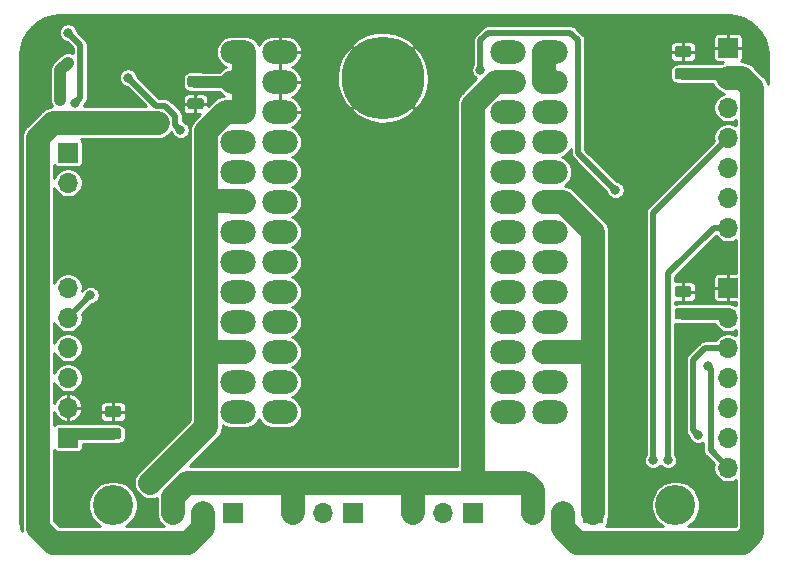
<source format=gbr>
G04 #@! TF.GenerationSoftware,KiCad,Pcbnew,5.1.7-a382d34a8~88~ubuntu20.04.1*
G04 #@! TF.CreationDate,2021-06-06T15:27:41-07:00*
G04 #@! TF.ProjectId,ft4232h-breakout,66743432-3332-4682-9d62-7265616b6f75,Jun2021b*
G04 #@! TF.SameCoordinates,Original*
G04 #@! TF.FileFunction,Copper,L2,Bot*
G04 #@! TF.FilePolarity,Positive*
%FSLAX46Y46*%
G04 Gerber Fmt 4.6, Leading zero omitted, Abs format (unit mm)*
G04 Created by KiCad (PCBNEW 5.1.7-a382d34a8~88~ubuntu20.04.1) date 2021-06-06 15:27:41*
%MOMM*%
%LPD*%
G01*
G04 APERTURE LIST*
G04 #@! TA.AperFunction,ComponentPad*
%ADD10C,7.000000*%
G04 #@! TD*
G04 #@! TA.AperFunction,ComponentPad*
%ADD11O,1.700000X1.700000*%
G04 #@! TD*
G04 #@! TA.AperFunction,ComponentPad*
%ADD12R,1.700000X1.700000*%
G04 #@! TD*
G04 #@! TA.AperFunction,ComponentPad*
%ADD13O,3.000000X2.000000*%
G04 #@! TD*
G04 #@! TA.AperFunction,ViaPad*
%ADD14C,3.400000*%
G04 #@! TD*
G04 #@! TA.AperFunction,ViaPad*
%ADD15C,0.800000*%
G04 #@! TD*
G04 #@! TA.AperFunction,Conductor*
%ADD16C,2.000000*%
G04 #@! TD*
G04 #@! TA.AperFunction,Conductor*
%ADD17C,0.250000*%
G04 #@! TD*
G04 #@! TA.AperFunction,Conductor*
%ADD18C,1.000000*%
G04 #@! TD*
G04 #@! TA.AperFunction,Conductor*
%ADD19C,0.500000*%
G04 #@! TD*
G04 #@! TA.AperFunction,Conductor*
%ADD20C,0.254000*%
G04 #@! TD*
G04 #@! TA.AperFunction,Conductor*
%ADD21C,0.100000*%
G04 #@! TD*
G04 APERTURE END LIST*
D10*
G04 #@! TO.P,TP1,1*
G04 #@! TO.N,GND*
X99060000Y-87630000D03*
G04 #@! TD*
D11*
G04 #@! TO.P,J9,2*
G04 #@! TO.N,/TDI-B*
X72390000Y-96520000D03*
D12*
G04 #@! TO.P,J9,1*
G04 #@! TO.N,/SWO*
X72390000Y-93980000D03*
G04 #@! TD*
D13*
G04 #@! TO.P,X1,2-26*
G04 #@! TO.N,Net-(X1-Pad2-26)*
X90325000Y-115940000D03*
G04 #@! TO.P,X1,3-22*
G04 #@! TO.N,+3V3*
X113200000Y-110860000D03*
G04 #@! TO.P,X1,2-20*
G04 #@! TO.N,/TDO-B*
X90325000Y-108320000D03*
G04 #@! TO.P,X1,3-26*
G04 #@! TO.N,/TXD-C*
X113200000Y-115940000D03*
G04 #@! TO.P,X1,3-25*
G04 #@! TO.N,/RXD-C*
X109675000Y-115940000D03*
G04 #@! TO.P,X1,3-21*
G04 #@! TO.N,/DTR-C*
X109675000Y-110860000D03*
G04 #@! TO.P,X1,2-25*
G04 #@! TO.N,Net-(X1-Pad2-25)*
X86800000Y-115940000D03*
G04 #@! TO.P,X1,2-18*
G04 #@! TO.N,/TCK-B*
X90325000Y-105780000D03*
G04 #@! TO.P,X1,3-23*
G04 #@! TO.N,/CTS-C*
X109675000Y-113400000D03*
G04 #@! TO.P,X1,3-19*
G04 #@! TO.N,Net-(X1-Pad3-19)*
X109675000Y-108320000D03*
G04 #@! TO.P,X1,3-18*
G04 #@! TO.N,Net-(X1-Pad3-18)*
X113200000Y-105780000D03*
G04 #@! TO.P,X1,3-17*
G04 #@! TO.N,/TXD-D*
X109675000Y-105780000D03*
G04 #@! TO.P,X1,2-24*
G04 #@! TO.N,Net-(X1-Pad2-24)*
X90325000Y-113400000D03*
G04 #@! TO.P,X1,2-17*
G04 #@! TO.N,/TDI-B*
X86800000Y-105780000D03*
G04 #@! TO.P,X1,3-24*
G04 #@! TO.N,/RTS-C*
X113200000Y-113400000D03*
G04 #@! TO.P,X1,2-22*
G04 #@! TO.N,Net-(X1-Pad2-22)*
X90325000Y-110860000D03*
G04 #@! TO.P,X1,2-19*
G04 #@! TO.N,/TMS-B*
X86800000Y-108320000D03*
G04 #@! TO.P,X1,2-21*
G04 #@! TO.N,+3V3*
X86800000Y-110860000D03*
G04 #@! TO.P,X1,3-20*
G04 #@! TO.N,Net-(X1-Pad3-20)*
X113200000Y-108320000D03*
G04 #@! TO.P,X1,2-23*
G04 #@! TO.N,Net-(X1-Pad2-23)*
X86800000Y-113400000D03*
G04 #@! TO.P,X1,3-12*
G04 #@! TO.N,+3V3*
X113200000Y-98160000D03*
G04 #@! TO.P,X1,3-11*
G04 #@! TO.N,Net-(X1-Pad3-11)*
X109675000Y-98160000D03*
G04 #@! TO.P,X1,2-13*
G04 #@! TO.N,/RST-A*
X86800000Y-100700000D03*
G04 #@! TO.P,X1,3-10*
G04 #@! TO.N,Net-(X1-Pad3-10)*
X113200000Y-95620000D03*
G04 #@! TO.P,X1,3-13*
G04 #@! TO.N,/DTR-D*
X109675000Y-100700000D03*
G04 #@! TO.P,X1,2-14*
G04 #@! TO.N,Net-(X1-Pad2-14)*
X90325000Y-100700000D03*
G04 #@! TO.P,X1,2-9*
G04 #@! TO.N,/TDO-A*
X86800000Y-95620000D03*
G04 #@! TO.P,X1,3-9*
G04 #@! TO.N,Net-(X1-Pad3-9)*
X109675000Y-95620000D03*
G04 #@! TO.P,X1,3-14*
G04 #@! TO.N,/CTS-D*
X113200000Y-100700000D03*
G04 #@! TO.P,X1,2-10*
G04 #@! TO.N,/TDI-A*
X90325000Y-95620000D03*
G04 #@! TO.P,X1,2-16*
G04 #@! TO.N,Net-(X1-Pad2-16)*
X90325000Y-103240000D03*
G04 #@! TO.P,X1,3-16*
G04 #@! TO.N,/RXD-D*
X113200000Y-103240000D03*
G04 #@! TO.P,X1,2-12*
G04 #@! TO.N,/TMS-A*
X90325000Y-98160000D03*
G04 #@! TO.P,X1,3-15*
G04 #@! TO.N,/RTS-D*
X109675000Y-103240000D03*
G04 #@! TO.P,X1,2-15*
G04 #@! TO.N,Net-(X1-Pad2-15)*
X86800000Y-103240000D03*
G04 #@! TO.P,X1,2-11*
G04 #@! TO.N,+3V3*
X86800000Y-98160000D03*
G04 #@! TO.P,X1,3-8*
G04 #@! TO.N,Net-(X1-Pad3-8)*
X113200000Y-93080000D03*
G04 #@! TO.P,X1,3-7*
G04 #@! TO.N,Net-(X1-Pad3-7)*
X109675000Y-93080000D03*
G04 #@! TO.P,X1,3-6*
G04 #@! TO.N,Net-(X1-Pad3-6)*
X113200000Y-90540000D03*
G04 #@! TO.P,X1,2-5*
G04 #@! TO.N,+3V3*
X86800000Y-90540000D03*
G04 #@! TO.P,X1,3-5*
G04 #@! TO.N,Net-(X1-Pad3-5)*
X109675000Y-90540000D03*
G04 #@! TO.P,X1,2-6*
G04 #@! TO.N,GND*
X90325000Y-90540000D03*
G04 #@! TO.P,X1,2-8*
G04 #@! TO.N,Net-(X1-Pad2-8)*
X90325000Y-93080000D03*
G04 #@! TO.P,X1,2-7*
G04 #@! TO.N,/TCK-A*
X86800000Y-93080000D03*
G04 #@! TO.P,X1,3-4*
G04 #@! TO.N,GND*
X113200000Y-88000000D03*
G04 #@! TO.P,X1,2-3*
G04 #@! TO.N,+3V3*
X86800000Y-88000000D03*
G04 #@! TO.P,X1,3-3*
G04 #@! TO.N,+5V*
X109675000Y-88000000D03*
G04 #@! TO.P,X1,2-4*
G04 #@! TO.N,GND*
X90325000Y-88000000D03*
G04 #@! TO.P,X1,2-1*
G04 #@! TO.N,+3V3*
X86800000Y-85460000D03*
G04 #@! TO.P,X1,3-2*
G04 #@! TO.N,GND*
X113200000Y-85460000D03*
G04 #@! TO.P,X1,2-2*
X90325000Y-85460000D03*
G04 #@! TO.P,X1,3-1*
G04 #@! TO.N,+5V*
X109675000Y-85460000D03*
G04 #@! TD*
D11*
G04 #@! TO.P,J8,6*
G04 #@! TO.N,/TMS-B*
X72390000Y-105410000D03*
G04 #@! TO.P,J8,5*
G04 #@! TO.N,/TDI-B*
X72390000Y-107950000D03*
G04 #@! TO.P,J8,4*
G04 #@! TO.N,/TDO-B*
X72390000Y-110490000D03*
G04 #@! TO.P,J8,3*
G04 #@! TO.N,/TCK-B*
X72390000Y-113030000D03*
G04 #@! TO.P,J8,2*
G04 #@! TO.N,GND*
X72390000Y-115570000D03*
D12*
G04 #@! TO.P,J8,1*
G04 #@! TO.N,/VCC-B*
X72390000Y-118110000D03*
G04 #@! TD*
D11*
G04 #@! TO.P,J7,7*
G04 #@! TO.N,/RTS-C*
X128270000Y-120650000D03*
G04 #@! TO.P,J7,6*
G04 #@! TO.N,/DTR-C*
X128270000Y-118110000D03*
G04 #@! TO.P,J7,5*
G04 #@! TO.N,/RXD-C*
X128270000Y-115570000D03*
G04 #@! TO.P,J7,4*
G04 #@! TO.N,/TXD-C*
X128270000Y-113030000D03*
G04 #@! TO.P,J7,3*
G04 #@! TO.N,/CTS-C*
X128270000Y-110490000D03*
G04 #@! TO.P,J7,2*
G04 #@! TO.N,/VCC-C*
X128270000Y-107950000D03*
D12*
G04 #@! TO.P,J7,1*
G04 #@! TO.N,GND*
X128270000Y-105410000D03*
G04 #@! TD*
D11*
G04 #@! TO.P,J6,7*
G04 #@! TO.N,/RTS-D*
X128270000Y-100330000D03*
G04 #@! TO.P,J6,6*
G04 #@! TO.N,/DTR-D*
X128270000Y-97790000D03*
G04 #@! TO.P,J6,5*
G04 #@! TO.N,/RXD-D*
X128270000Y-95250000D03*
G04 #@! TO.P,J6,4*
G04 #@! TO.N,/TXD-D*
X128270000Y-92710000D03*
G04 #@! TO.P,J6,3*
G04 #@! TO.N,/CTS-D*
X128270000Y-90170000D03*
G04 #@! TO.P,J6,2*
G04 #@! TO.N,/VCC-D*
X128270000Y-87630000D03*
D12*
G04 #@! TO.P,J6,1*
G04 #@! TO.N,GND*
X128270000Y-85090000D03*
G04 #@! TD*
D11*
G04 #@! TO.P,J4,3*
G04 #@! TO.N,+5V*
X81280000Y-124460000D03*
G04 #@! TO.P,J4,2*
G04 #@! TO.N,/VCC-A*
X83820000Y-124460000D03*
D12*
G04 #@! TO.P,J4,1*
G04 #@! TO.N,+3V3*
X86360000Y-124460000D03*
G04 #@! TD*
D11*
G04 #@! TO.P,J3,3*
G04 #@! TO.N,+5V*
X91440000Y-124460000D03*
G04 #@! TO.P,J3,2*
G04 #@! TO.N,/VCC-B*
X93980000Y-124460000D03*
D12*
G04 #@! TO.P,J3,1*
G04 #@! TO.N,+3V3*
X96520000Y-124460000D03*
G04 #@! TD*
D11*
G04 #@! TO.P,J2,3*
G04 #@! TO.N,+5V*
X101600000Y-124460000D03*
G04 #@! TO.P,J2,2*
G04 #@! TO.N,/VCC-C*
X104140000Y-124460000D03*
D12*
G04 #@! TO.P,J2,1*
G04 #@! TO.N,+3V3*
X106680000Y-124460000D03*
G04 #@! TD*
D11*
G04 #@! TO.P,J1,3*
G04 #@! TO.N,+5V*
X111760000Y-124460000D03*
G04 #@! TO.P,J1,2*
G04 #@! TO.N,/VCC-D*
X114300000Y-124460000D03*
D12*
G04 #@! TO.P,J1,1*
G04 #@! TO.N,+3V3*
X116840000Y-124460000D03*
G04 #@! TD*
G04 #@! TO.P,C6,2*
G04 #@! TO.N,GND*
G04 #@! TA.AperFunction,SMDPad,CuDef*
G36*
G01*
X124916250Y-85910000D02*
X124003750Y-85910000D01*
G75*
G02*
X123760000Y-85666250I0J243750D01*
G01*
X123760000Y-85178750D01*
G75*
G02*
X124003750Y-84935000I243750J0D01*
G01*
X124916250Y-84935000D01*
G75*
G02*
X125160000Y-85178750I0J-243750D01*
G01*
X125160000Y-85666250D01*
G75*
G02*
X124916250Y-85910000I-243750J0D01*
G01*
G37*
G04 #@! TD.AperFunction*
G04 #@! TO.P,C6,1*
G04 #@! TO.N,/VCC-D*
G04 #@! TA.AperFunction,SMDPad,CuDef*
G36*
G01*
X124916250Y-87785000D02*
X124003750Y-87785000D01*
G75*
G02*
X123760000Y-87541250I0J243750D01*
G01*
X123760000Y-87053750D01*
G75*
G02*
X124003750Y-86810000I243750J0D01*
G01*
X124916250Y-86810000D01*
G75*
G02*
X125160000Y-87053750I0J-243750D01*
G01*
X125160000Y-87541250D01*
G75*
G02*
X124916250Y-87785000I-243750J0D01*
G01*
G37*
G04 #@! TD.AperFunction*
G04 #@! TD*
G04 #@! TO.P,C4,2*
G04 #@! TO.N,GND*
G04 #@! TA.AperFunction,SMDPad,CuDef*
G36*
G01*
X76656250Y-116390000D02*
X75743750Y-116390000D01*
G75*
G02*
X75500000Y-116146250I0J243750D01*
G01*
X75500000Y-115658750D01*
G75*
G02*
X75743750Y-115415000I243750J0D01*
G01*
X76656250Y-115415000D01*
G75*
G02*
X76900000Y-115658750I0J-243750D01*
G01*
X76900000Y-116146250D01*
G75*
G02*
X76656250Y-116390000I-243750J0D01*
G01*
G37*
G04 #@! TD.AperFunction*
G04 #@! TO.P,C4,1*
G04 #@! TO.N,/VCC-B*
G04 #@! TA.AperFunction,SMDPad,CuDef*
G36*
G01*
X76656250Y-118265000D02*
X75743750Y-118265000D01*
G75*
G02*
X75500000Y-118021250I0J243750D01*
G01*
X75500000Y-117533750D01*
G75*
G02*
X75743750Y-117290000I243750J0D01*
G01*
X76656250Y-117290000D01*
G75*
G02*
X76900000Y-117533750I0J-243750D01*
G01*
X76900000Y-118021250D01*
G75*
G02*
X76656250Y-118265000I-243750J0D01*
G01*
G37*
G04 #@! TD.AperFunction*
G04 #@! TD*
G04 #@! TO.P,C3,2*
G04 #@! TO.N,GND*
G04 #@! TA.AperFunction,SMDPad,CuDef*
G36*
G01*
X124916250Y-106230000D02*
X124003750Y-106230000D01*
G75*
G02*
X123760000Y-105986250I0J243750D01*
G01*
X123760000Y-105498750D01*
G75*
G02*
X124003750Y-105255000I243750J0D01*
G01*
X124916250Y-105255000D01*
G75*
G02*
X125160000Y-105498750I0J-243750D01*
G01*
X125160000Y-105986250D01*
G75*
G02*
X124916250Y-106230000I-243750J0D01*
G01*
G37*
G04 #@! TD.AperFunction*
G04 #@! TO.P,C3,1*
G04 #@! TO.N,/VCC-C*
G04 #@! TA.AperFunction,SMDPad,CuDef*
G36*
G01*
X124916250Y-108105000D02*
X124003750Y-108105000D01*
G75*
G02*
X123760000Y-107861250I0J243750D01*
G01*
X123760000Y-107373750D01*
G75*
G02*
X124003750Y-107130000I243750J0D01*
G01*
X124916250Y-107130000D01*
G75*
G02*
X125160000Y-107373750I0J-243750D01*
G01*
X125160000Y-107861250D01*
G75*
G02*
X124916250Y-108105000I-243750J0D01*
G01*
G37*
G04 #@! TD.AperFunction*
G04 #@! TD*
G04 #@! TO.P,C2,2*
G04 #@! TO.N,GND*
G04 #@! TA.AperFunction,SMDPad,CuDef*
G36*
G01*
X82728750Y-89350000D02*
X83641250Y-89350000D01*
G75*
G02*
X83885000Y-89593750I0J-243750D01*
G01*
X83885000Y-90081250D01*
G75*
G02*
X83641250Y-90325000I-243750J0D01*
G01*
X82728750Y-90325000D01*
G75*
G02*
X82485000Y-90081250I0J243750D01*
G01*
X82485000Y-89593750D01*
G75*
G02*
X82728750Y-89350000I243750J0D01*
G01*
G37*
G04 #@! TD.AperFunction*
G04 #@! TO.P,C2,1*
G04 #@! TO.N,+3V3*
G04 #@! TA.AperFunction,SMDPad,CuDef*
G36*
G01*
X82728750Y-87475000D02*
X83641250Y-87475000D01*
G75*
G02*
X83885000Y-87718750I0J-243750D01*
G01*
X83885000Y-88206250D01*
G75*
G02*
X83641250Y-88450000I-243750J0D01*
G01*
X82728750Y-88450000D01*
G75*
G02*
X82485000Y-88206250I0J243750D01*
G01*
X82485000Y-87718750D01*
G75*
G02*
X82728750Y-87475000I243750J0D01*
G01*
G37*
G04 #@! TD.AperFunction*
G04 #@! TD*
D14*
G04 #@! TO.N,*
X76200000Y-123825000D03*
X123825000Y-123825000D03*
D15*
G04 #@! TO.N,GND*
X83820000Y-83820000D03*
X78105000Y-93345000D03*
X102870000Y-83820000D03*
X122936000Y-85344000D03*
X119888000Y-85344000D03*
G04 #@! TO.N,+3V3*
X79375000Y-121920000D03*
G04 #@! TO.N,/VCC-A*
X80010000Y-91440000D03*
G04 #@! TO.N,/RST-A*
X72390000Y-83820000D03*
X73025000Y-89750010D03*
G04 #@! TO.N,/TCK-A*
X81915000Y-92075000D03*
X77470000Y-87630000D03*
G04 #@! TO.N,/RTS-D*
X123190000Y-120015000D03*
G04 #@! TO.N,/DTR-D*
X118745000Y-97155000D03*
X107315000Y-86995000D03*
G04 #@! TO.N,/TXD-D*
X121920000Y-120015000D03*
G04 #@! TO.N,/RTS-C*
X126580010Y-112038684D03*
G04 #@! TO.N,/CTS-C*
X125741781Y-117895071D03*
G04 #@! TO.N,/TDI-B*
X74295000Y-106045000D03*
G04 #@! TO.N,/SWO*
X72390000Y-86360000D03*
X71755000Y-89535000D03*
G04 #@! TD*
D16*
G04 #@! TO.N,+5V*
X108603717Y-88000000D02*
X106680000Y-89923717D01*
X110175000Y-88000000D02*
X108603717Y-88000000D01*
X106680000Y-89923717D02*
X106680000Y-118110000D01*
X106680000Y-118110000D02*
X106710010Y-118140010D01*
X111760000Y-122555000D02*
X111760000Y-124460000D01*
X111125000Y-121920000D02*
X111760000Y-122555000D01*
X106680000Y-121285000D02*
X106045000Y-121920000D01*
X106680000Y-118110000D02*
X106680000Y-121285000D01*
X106045000Y-121920000D02*
X111125000Y-121920000D01*
X101600000Y-122555000D02*
X102235000Y-121920000D01*
X101600000Y-124460000D02*
X101600000Y-122555000D01*
X102235000Y-121920000D02*
X106045000Y-121920000D01*
X91440000Y-122555000D02*
X90805000Y-121920000D01*
X91440000Y-124460000D02*
X91440000Y-122555000D01*
X90805000Y-121920000D02*
X102235000Y-121920000D01*
X81280000Y-124460000D02*
X81280000Y-123126284D01*
X81280000Y-123126284D02*
X82486284Y-121920000D01*
X82486284Y-121920000D02*
X90805000Y-121920000D01*
G04 #@! TO.N,GND*
X112700000Y-88000000D02*
X112700000Y-85460000D01*
D17*
X102870000Y-83820000D02*
X99615001Y-87074999D01*
D16*
G04 #@! TO.N,+3V3*
X84099990Y-92168727D02*
X84099990Y-96531273D01*
X85728717Y-90540000D02*
X84099990Y-92168727D01*
X87300000Y-90540000D02*
X85728717Y-90540000D01*
X87300000Y-85460000D02*
X87300000Y-90540000D01*
X116840000Y-120650000D02*
X116840000Y-124460000D01*
X114271283Y-98160000D02*
X116840000Y-100728717D01*
X112700000Y-98160000D02*
X114271283Y-98160000D01*
X116470000Y-110860000D02*
X116840000Y-110490000D01*
X112700000Y-110860000D02*
X116470000Y-110860000D01*
X116840000Y-110490000D02*
X116840000Y-120650000D01*
X116840000Y-100728717D02*
X116840000Y-110490000D01*
X84099990Y-117195010D02*
X84099990Y-110210010D01*
X79375000Y-121920000D02*
X84099990Y-117195010D01*
X84749980Y-110860000D02*
X84099990Y-110210010D01*
X87300000Y-110860000D02*
X84749980Y-110860000D01*
X87209990Y-98069990D02*
X87300000Y-98160000D01*
X84099990Y-98069990D02*
X87209990Y-98069990D01*
X84099990Y-110210010D02*
X84099990Y-98069990D01*
X84099990Y-98069990D02*
X84099990Y-96531273D01*
D18*
X83222500Y-88000000D02*
X83185000Y-87962500D01*
X87300000Y-88000000D02*
X83222500Y-88000000D01*
G04 #@! TO.N,/VCC-C*
X127937500Y-107617500D02*
X128270000Y-107950000D01*
X124460000Y-107617500D02*
X127937500Y-107617500D01*
G04 #@! TO.N,/VCC-B*
X76200000Y-117777500D02*
X72722500Y-117777500D01*
X72722500Y-117777500D02*
X72390000Y-118110000D01*
D16*
G04 #@! TO.N,/VCC-A*
X83820000Y-124460000D02*
X83820000Y-125730000D01*
X83820000Y-125730000D02*
X82550000Y-127000000D01*
X82550000Y-127000000D02*
X71120000Y-127000000D01*
X71120000Y-127000000D02*
X69850000Y-125730000D01*
X69850000Y-125730000D02*
X69850000Y-92710000D01*
X69850000Y-92710000D02*
X71120000Y-91440000D01*
X71120000Y-91440000D02*
X80010000Y-91440000D01*
G04 #@! TO.N,/VCC-D*
X114300000Y-125780002D02*
X115519998Y-127000000D01*
X114300000Y-124460000D02*
X114300000Y-125780002D01*
X115519998Y-127000000D02*
X129540000Y-127000000D01*
X129472081Y-87630000D02*
X128270000Y-87630000D01*
X130320001Y-88477920D02*
X129472081Y-87630000D01*
X130320001Y-126219999D02*
X130320001Y-88477920D01*
X129540000Y-127000000D02*
X130320001Y-126219999D01*
D18*
X127937500Y-87297500D02*
X128270000Y-87630000D01*
X124460000Y-87297500D02*
X127937500Y-87297500D01*
D19*
G04 #@! TO.N,/RST-A*
X72390000Y-83820000D02*
X73424999Y-84854999D01*
X73424999Y-89350011D02*
X73025000Y-89750010D01*
X73424999Y-84854999D02*
X73424999Y-89350011D01*
G04 #@! TO.N,/TCK-A*
X79829990Y-89989990D02*
X77470000Y-87630000D01*
X80610613Y-89989990D02*
X79829990Y-89989990D01*
X81460010Y-91620010D02*
X81460010Y-90839387D01*
X81460010Y-90839387D02*
X80610613Y-89989990D01*
X81915000Y-92075000D02*
X81460010Y-91620010D01*
G04 #@! TO.N,/RTS-D*
X127067919Y-100330000D02*
X123190000Y-104207919D01*
X128270000Y-100330000D02*
X127067919Y-100330000D01*
X123190000Y-104207919D02*
X123190000Y-120015000D01*
X123190000Y-120015000D02*
X123190000Y-120015000D01*
G04 #@! TO.N,/DTR-D*
X118745000Y-97155000D02*
X115570000Y-93980000D01*
X115570000Y-93980000D02*
X115570000Y-84455000D01*
X115570000Y-84455000D02*
X114935000Y-83820000D01*
X114935000Y-83820000D02*
X107950000Y-83820000D01*
X107950000Y-83820000D02*
X107315000Y-84455000D01*
X107315000Y-84455000D02*
X107315000Y-86995000D01*
G04 #@! TO.N,/TXD-D*
X128270000Y-92710000D02*
X122489989Y-98490011D01*
X122489989Y-98490011D02*
X121920000Y-99060000D01*
X121920000Y-99060000D02*
X121920000Y-120015000D01*
G04 #@! TO.N,/RTS-C*
X126797152Y-119177152D02*
X128270000Y-120650000D01*
X126797152Y-112255826D02*
X126797152Y-119177152D01*
X126580010Y-112038684D02*
X126797152Y-112255826D01*
G04 #@! TO.N,/CTS-C*
X128270000Y-110490000D02*
X126365000Y-110490000D01*
X125341782Y-111513218D02*
X125341782Y-117495072D01*
X125341782Y-117495072D02*
X125741781Y-117895071D01*
X126365000Y-110490000D02*
X125341782Y-111513218D01*
G04 #@! TO.N,/TDI-B*
X72390000Y-107950000D02*
X74295000Y-106045000D01*
D18*
G04 #@! TO.N,/SWO*
X72390000Y-86360000D02*
X71755000Y-86995000D01*
X71755000Y-86995000D02*
X71755000Y-89535000D01*
G04 #@! TD*
D20*
G04 #@! TO.N,GND*
X128930793Y-82387738D02*
X129566423Y-82579646D01*
X130152669Y-82891359D01*
X130667203Y-83311002D01*
X131090431Y-83822598D01*
X131406227Y-84406650D01*
X131602567Y-85040921D01*
X131673981Y-85720382D01*
X131674001Y-85726133D01*
X131674001Y-88184061D01*
X131602052Y-87946877D01*
X131473816Y-87706965D01*
X131301240Y-87496681D01*
X131248541Y-87453432D01*
X130496569Y-86701460D01*
X130453320Y-86648761D01*
X130243036Y-86476185D01*
X130003124Y-86347949D01*
X129742804Y-86268982D01*
X129539924Y-86249000D01*
X129539914Y-86249000D01*
X129472081Y-86242319D01*
X129404248Y-86249000D01*
X129344055Y-86249000D01*
X129390711Y-86210711D01*
X129438322Y-86152696D01*
X129473701Y-86086508D01*
X129495487Y-86014689D01*
X129502843Y-85940000D01*
X129501000Y-85185750D01*
X129405750Y-85090500D01*
X128270500Y-85090500D01*
X128270500Y-85110500D01*
X128269500Y-85110500D01*
X128269500Y-85090500D01*
X127134250Y-85090500D01*
X127039000Y-85185750D01*
X127037157Y-85940000D01*
X127044513Y-86014689D01*
X127066299Y-86086508D01*
X127101678Y-86152696D01*
X127149289Y-86210711D01*
X127207304Y-86258322D01*
X127273492Y-86293701D01*
X127345311Y-86315487D01*
X127420000Y-86322843D01*
X127824983Y-86321853D01*
X127738957Y-86347949D01*
X127610707Y-86416500D01*
X124416727Y-86416500D01*
X124308524Y-86427157D01*
X124003750Y-86427157D01*
X123881508Y-86439197D01*
X123763963Y-86474854D01*
X123655634Y-86532757D01*
X123560682Y-86610682D01*
X123482757Y-86705634D01*
X123424854Y-86813963D01*
X123389197Y-86931508D01*
X123377157Y-87053750D01*
X123377157Y-87541250D01*
X123389197Y-87663492D01*
X123424854Y-87781037D01*
X123482757Y-87889366D01*
X123560682Y-87984318D01*
X123655634Y-88062243D01*
X123763963Y-88120146D01*
X123881508Y-88155803D01*
X124003750Y-88167843D01*
X124308524Y-88167843D01*
X124416727Y-88178500D01*
X126997280Y-88178500D01*
X127116185Y-88400955D01*
X127288761Y-88611239D01*
X127499045Y-88783815D01*
X127738957Y-88912051D01*
X127954909Y-88977559D01*
X127910931Y-88986307D01*
X127686903Y-89079102D01*
X127485283Y-89213820D01*
X127313820Y-89385283D01*
X127179102Y-89586903D01*
X127086307Y-89810931D01*
X127039000Y-90048757D01*
X127039000Y-90291243D01*
X127086307Y-90529069D01*
X127179102Y-90753097D01*
X127313820Y-90954717D01*
X127485283Y-91126180D01*
X127686903Y-91260898D01*
X127910931Y-91353693D01*
X128148757Y-91401000D01*
X128391243Y-91401000D01*
X128629069Y-91353693D01*
X128853097Y-91260898D01*
X128939002Y-91203498D01*
X128939002Y-91676502D01*
X128853097Y-91619102D01*
X128629069Y-91526307D01*
X128391243Y-91479000D01*
X128148757Y-91479000D01*
X127910931Y-91526307D01*
X127686903Y-91619102D01*
X127485283Y-91753820D01*
X127313820Y-91925283D01*
X127179102Y-92126903D01*
X127086307Y-92350931D01*
X127039000Y-92588757D01*
X127039000Y-92831243D01*
X127075067Y-93012564D01*
X122065729Y-98021903D01*
X122065723Y-98021908D01*
X121495737Y-98591895D01*
X121471657Y-98611657D01*
X121392804Y-98707740D01*
X121334211Y-98817359D01*
X121298130Y-98936303D01*
X121289000Y-99029003D01*
X121289000Y-99029010D01*
X121285948Y-99060000D01*
X121289000Y-99090990D01*
X121289001Y-119553594D01*
X121227887Y-119645058D01*
X121169013Y-119787191D01*
X121139000Y-119938078D01*
X121139000Y-120091922D01*
X121169013Y-120242809D01*
X121227887Y-120384942D01*
X121313358Y-120512859D01*
X121422141Y-120621642D01*
X121550058Y-120707113D01*
X121692191Y-120765987D01*
X121843078Y-120796000D01*
X121996922Y-120796000D01*
X122147809Y-120765987D01*
X122289942Y-120707113D01*
X122417859Y-120621642D01*
X122526642Y-120512859D01*
X122555000Y-120470418D01*
X122583358Y-120512859D01*
X122692141Y-120621642D01*
X122820058Y-120707113D01*
X122962191Y-120765987D01*
X123113078Y-120796000D01*
X123266922Y-120796000D01*
X123417809Y-120765987D01*
X123559942Y-120707113D01*
X123687859Y-120621642D01*
X123796642Y-120512859D01*
X123882113Y-120384942D01*
X123940987Y-120242809D01*
X123971000Y-120091922D01*
X123971000Y-119938078D01*
X123940987Y-119787191D01*
X123882113Y-119645058D01*
X123821000Y-119553595D01*
X123821000Y-108457448D01*
X123881508Y-108475803D01*
X124003750Y-108487843D01*
X124308524Y-108487843D01*
X124416727Y-108498500D01*
X127164772Y-108498500D01*
X127179102Y-108533097D01*
X127313820Y-108734717D01*
X127485283Y-108906180D01*
X127686903Y-109040898D01*
X127910931Y-109133693D01*
X128148757Y-109181000D01*
X128391243Y-109181000D01*
X128629069Y-109133693D01*
X128853097Y-109040898D01*
X128939001Y-108983499D01*
X128939001Y-109456501D01*
X128853097Y-109399102D01*
X128629069Y-109306307D01*
X128391243Y-109259000D01*
X128148757Y-109259000D01*
X127910931Y-109306307D01*
X127686903Y-109399102D01*
X127485283Y-109533820D01*
X127313820Y-109705283D01*
X127211110Y-109859000D01*
X126395990Y-109859000D01*
X126365000Y-109855948D01*
X126334009Y-109859000D01*
X126334002Y-109859000D01*
X126241302Y-109868130D01*
X126122358Y-109904211D01*
X126012739Y-109962804D01*
X125916657Y-110041657D01*
X125896899Y-110065732D01*
X124917519Y-111045113D01*
X124893439Y-111064875D01*
X124814586Y-111160958D01*
X124755993Y-111270577D01*
X124719912Y-111389521D01*
X124710782Y-111482221D01*
X124710782Y-111482228D01*
X124707730Y-111513218D01*
X124710782Y-111544208D01*
X124710783Y-117464072D01*
X124707730Y-117495072D01*
X124719912Y-117618769D01*
X124755993Y-117737713D01*
X124814586Y-117847332D01*
X124873679Y-117919337D01*
X124873682Y-117919340D01*
X124893440Y-117943415D01*
X124917515Y-117963173D01*
X124969334Y-118014992D01*
X124990794Y-118122880D01*
X125049668Y-118265013D01*
X125135139Y-118392930D01*
X125243922Y-118501713D01*
X125371839Y-118587184D01*
X125513972Y-118646058D01*
X125664859Y-118676071D01*
X125818703Y-118676071D01*
X125969590Y-118646058D01*
X126111723Y-118587184D01*
X126166153Y-118550815D01*
X126166153Y-119146152D01*
X126163100Y-119177152D01*
X126175282Y-119300849D01*
X126211363Y-119419793D01*
X126269956Y-119529412D01*
X126329049Y-119601417D01*
X126329052Y-119601420D01*
X126348810Y-119625495D01*
X126372885Y-119645253D01*
X127075067Y-120347436D01*
X127039000Y-120528757D01*
X127039000Y-120771243D01*
X127086307Y-121009069D01*
X127179102Y-121233097D01*
X127313820Y-121434717D01*
X127485283Y-121606180D01*
X127686903Y-121740898D01*
X127910931Y-121833693D01*
X128148757Y-121881000D01*
X128391243Y-121881000D01*
X128629069Y-121833693D01*
X128853097Y-121740898D01*
X128939001Y-121683499D01*
X128939001Y-125619000D01*
X124885790Y-125619000D01*
X125151560Y-125441418D01*
X125441418Y-125151560D01*
X125669158Y-124810723D01*
X125826028Y-124432005D01*
X125906000Y-124029961D01*
X125906000Y-123620039D01*
X125826028Y-123217995D01*
X125669158Y-122839277D01*
X125441418Y-122498440D01*
X125151560Y-122208582D01*
X124810723Y-121980842D01*
X124432005Y-121823972D01*
X124029961Y-121744000D01*
X123620039Y-121744000D01*
X123217995Y-121823972D01*
X122839277Y-121980842D01*
X122498440Y-122208582D01*
X122208582Y-122498440D01*
X121980842Y-122839277D01*
X121823972Y-123217995D01*
X121744000Y-123620039D01*
X121744000Y-124029961D01*
X121823972Y-124432005D01*
X121980842Y-124810723D01*
X122208582Y-125151560D01*
X122498440Y-125441418D01*
X122764210Y-125619000D01*
X117914055Y-125619000D01*
X117960711Y-125580711D01*
X118008322Y-125522696D01*
X118043701Y-125456508D01*
X118065487Y-125384689D01*
X118072843Y-125310000D01*
X118072843Y-125083104D01*
X118122051Y-124991043D01*
X118201018Y-124730723D01*
X118221000Y-124527843D01*
X118221000Y-110557834D01*
X118227681Y-110490001D01*
X118221000Y-110422168D01*
X118221000Y-100796549D01*
X118227681Y-100728716D01*
X118221000Y-100660883D01*
X118221000Y-100660874D01*
X118201018Y-100457994D01*
X118122051Y-100197674D01*
X117993815Y-99957762D01*
X117931357Y-99881657D01*
X117864486Y-99800174D01*
X117864480Y-99800168D01*
X117821238Y-99747478D01*
X117768550Y-99704238D01*
X115295769Y-97231458D01*
X115252522Y-97178761D01*
X115042238Y-97006185D01*
X114802326Y-96877949D01*
X114542006Y-96798982D01*
X114442252Y-96789157D01*
X114470955Y-96773815D01*
X114681239Y-96601239D01*
X114853815Y-96390955D01*
X114982051Y-96151043D01*
X115061018Y-95890723D01*
X115087682Y-95620000D01*
X115061018Y-95349277D01*
X114982051Y-95088957D01*
X114853815Y-94849045D01*
X114681239Y-94638761D01*
X114470955Y-94466185D01*
X114253589Y-94350000D01*
X114470955Y-94233815D01*
X114681239Y-94061239D01*
X114853815Y-93850955D01*
X114939000Y-93691585D01*
X114939000Y-93949010D01*
X114935948Y-93980000D01*
X114939000Y-94010990D01*
X114939000Y-94010997D01*
X114948130Y-94103697D01*
X114984211Y-94222641D01*
X115042804Y-94332260D01*
X115121657Y-94428343D01*
X115145737Y-94448105D01*
X117972553Y-97274922D01*
X117994013Y-97382809D01*
X118052887Y-97524942D01*
X118138358Y-97652859D01*
X118247141Y-97761642D01*
X118375058Y-97847113D01*
X118517191Y-97905987D01*
X118668078Y-97936000D01*
X118821922Y-97936000D01*
X118972809Y-97905987D01*
X119114942Y-97847113D01*
X119242859Y-97761642D01*
X119351642Y-97652859D01*
X119437113Y-97524942D01*
X119495987Y-97382809D01*
X119526000Y-97231922D01*
X119526000Y-97078078D01*
X119495987Y-96927191D01*
X119437113Y-96785058D01*
X119351642Y-96657141D01*
X119242859Y-96548358D01*
X119114942Y-96462887D01*
X118972809Y-96404013D01*
X118864922Y-96382553D01*
X116201000Y-93718632D01*
X116201000Y-85910000D01*
X123377157Y-85910000D01*
X123384513Y-85984689D01*
X123406299Y-86056508D01*
X123441678Y-86122696D01*
X123489289Y-86180711D01*
X123547304Y-86228322D01*
X123613492Y-86263701D01*
X123685311Y-86285487D01*
X123760000Y-86292843D01*
X124364250Y-86291000D01*
X124459500Y-86195750D01*
X124459500Y-85423000D01*
X124460500Y-85423000D01*
X124460500Y-86195750D01*
X124555750Y-86291000D01*
X125160000Y-86292843D01*
X125234689Y-86285487D01*
X125306508Y-86263701D01*
X125372696Y-86228322D01*
X125430711Y-86180711D01*
X125478322Y-86122696D01*
X125513701Y-86056508D01*
X125535487Y-85984689D01*
X125542843Y-85910000D01*
X125541000Y-85518250D01*
X125445750Y-85423000D01*
X124460500Y-85423000D01*
X124459500Y-85423000D01*
X123474250Y-85423000D01*
X123379000Y-85518250D01*
X123377157Y-85910000D01*
X116201000Y-85910000D01*
X116201000Y-84935000D01*
X123377157Y-84935000D01*
X123379000Y-85326750D01*
X123474250Y-85422000D01*
X124459500Y-85422000D01*
X124459500Y-84649250D01*
X124460500Y-84649250D01*
X124460500Y-85422000D01*
X125445750Y-85422000D01*
X125541000Y-85326750D01*
X125542843Y-84935000D01*
X125535487Y-84860311D01*
X125513701Y-84788492D01*
X125478322Y-84722304D01*
X125430711Y-84664289D01*
X125372696Y-84616678D01*
X125306508Y-84581299D01*
X125234689Y-84559513D01*
X125160000Y-84552157D01*
X124555750Y-84554000D01*
X124460500Y-84649250D01*
X124459500Y-84649250D01*
X124364250Y-84554000D01*
X123760000Y-84552157D01*
X123685311Y-84559513D01*
X123613492Y-84581299D01*
X123547304Y-84616678D01*
X123489289Y-84664289D01*
X123441678Y-84722304D01*
X123406299Y-84788492D01*
X123384513Y-84860311D01*
X123377157Y-84935000D01*
X116201000Y-84935000D01*
X116201000Y-84485998D01*
X116204053Y-84455000D01*
X116191870Y-84331302D01*
X116164175Y-84240000D01*
X127037157Y-84240000D01*
X127039000Y-84994250D01*
X127134250Y-85089500D01*
X128269500Y-85089500D01*
X128269500Y-83954250D01*
X128270500Y-83954250D01*
X128270500Y-85089500D01*
X129405750Y-85089500D01*
X129501000Y-84994250D01*
X129502843Y-84240000D01*
X129495487Y-84165311D01*
X129473701Y-84093492D01*
X129438322Y-84027304D01*
X129390711Y-83969289D01*
X129332696Y-83921678D01*
X129266508Y-83886299D01*
X129194689Y-83864513D01*
X129120000Y-83857157D01*
X128365750Y-83859000D01*
X128270500Y-83954250D01*
X128269500Y-83954250D01*
X128174250Y-83859000D01*
X127420000Y-83857157D01*
X127345311Y-83864513D01*
X127273492Y-83886299D01*
X127207304Y-83921678D01*
X127149289Y-83969289D01*
X127101678Y-84027304D01*
X127066299Y-84093492D01*
X127044513Y-84165311D01*
X127037157Y-84240000D01*
X116164175Y-84240000D01*
X116155789Y-84212358D01*
X116097196Y-84102739D01*
X116038103Y-84030734D01*
X116038101Y-84030732D01*
X116018343Y-84006657D01*
X115994268Y-83986899D01*
X115403105Y-83395737D01*
X115383343Y-83371657D01*
X115287261Y-83292804D01*
X115177642Y-83234211D01*
X115058698Y-83198130D01*
X114965998Y-83189000D01*
X114965990Y-83189000D01*
X114935000Y-83185948D01*
X114904010Y-83189000D01*
X107980998Y-83189000D01*
X107950000Y-83185947D01*
X107826302Y-83198130D01*
X107707358Y-83234211D01*
X107597739Y-83292804D01*
X107540141Y-83340074D01*
X107501657Y-83371657D01*
X107481899Y-83395732D01*
X106890737Y-83986895D01*
X106866657Y-84006657D01*
X106787804Y-84102740D01*
X106729211Y-84212359D01*
X106693130Y-84331303D01*
X106684000Y-84424003D01*
X106684000Y-84424010D01*
X106680948Y-84455000D01*
X106684000Y-84485990D01*
X106684001Y-86533594D01*
X106622887Y-86625058D01*
X106564013Y-86767191D01*
X106534000Y-86918078D01*
X106534000Y-87071922D01*
X106564013Y-87222809D01*
X106622887Y-87364942D01*
X106708358Y-87492859D01*
X106817141Y-87601642D01*
X106945058Y-87687113D01*
X106958152Y-87692537D01*
X105751456Y-88899233D01*
X105698761Y-88942479D01*
X105655516Y-88995173D01*
X105655514Y-88995175D01*
X105563438Y-89107370D01*
X105526185Y-89152763D01*
X105397949Y-89392675D01*
X105318982Y-89652995D01*
X105299000Y-89855875D01*
X105299000Y-89855884D01*
X105292319Y-89923717D01*
X105299000Y-89991550D01*
X105299001Y-118042148D01*
X105299000Y-118042158D01*
X105299000Y-118042167D01*
X105292319Y-118110000D01*
X105299000Y-118177833D01*
X105299001Y-120539000D01*
X102302836Y-120539000D01*
X102235000Y-120532319D01*
X102167164Y-120539000D01*
X90872833Y-120539000D01*
X90805000Y-120532319D01*
X90737167Y-120539000D01*
X82709028Y-120539000D01*
X85028540Y-118219489D01*
X85081228Y-118176249D01*
X85124470Y-118123559D01*
X85124476Y-118123553D01*
X85253805Y-117965965D01*
X85382041Y-117726053D01*
X85399875Y-117667262D01*
X85461008Y-117465733D01*
X85480990Y-117262853D01*
X85480990Y-117262843D01*
X85487671Y-117195010D01*
X85480990Y-117127177D01*
X85480990Y-117054377D01*
X85529045Y-117093815D01*
X85768957Y-117222051D01*
X86029277Y-117301018D01*
X86232157Y-117321000D01*
X87367843Y-117321000D01*
X87570723Y-117301018D01*
X87831043Y-117222051D01*
X88070955Y-117093815D01*
X88281239Y-116921239D01*
X88453815Y-116710955D01*
X88562500Y-116507620D01*
X88671185Y-116710955D01*
X88843761Y-116921239D01*
X89054045Y-117093815D01*
X89293957Y-117222051D01*
X89554277Y-117301018D01*
X89757157Y-117321000D01*
X90892843Y-117321000D01*
X91095723Y-117301018D01*
X91356043Y-117222051D01*
X91595955Y-117093815D01*
X91806239Y-116921239D01*
X91978815Y-116710955D01*
X92107051Y-116471043D01*
X92186018Y-116210723D01*
X92212682Y-115940000D01*
X92186018Y-115669277D01*
X92107051Y-115408957D01*
X91978815Y-115169045D01*
X91806239Y-114958761D01*
X91595955Y-114786185D01*
X91378589Y-114670000D01*
X91595955Y-114553815D01*
X91806239Y-114381239D01*
X91978815Y-114170955D01*
X92107051Y-113931043D01*
X92186018Y-113670723D01*
X92212682Y-113400000D01*
X92186018Y-113129277D01*
X92107051Y-112868957D01*
X91978815Y-112629045D01*
X91806239Y-112418761D01*
X91595955Y-112246185D01*
X91378589Y-112130000D01*
X91595955Y-112013815D01*
X91806239Y-111841239D01*
X91978815Y-111630955D01*
X92107051Y-111391043D01*
X92186018Y-111130723D01*
X92212682Y-110860000D01*
X92186018Y-110589277D01*
X92107051Y-110328957D01*
X91978815Y-110089045D01*
X91806239Y-109878761D01*
X91595955Y-109706185D01*
X91378589Y-109590000D01*
X91595955Y-109473815D01*
X91806239Y-109301239D01*
X91978815Y-109090955D01*
X92107051Y-108851043D01*
X92186018Y-108590723D01*
X92212682Y-108320000D01*
X92186018Y-108049277D01*
X92107051Y-107788957D01*
X91978815Y-107549045D01*
X91806239Y-107338761D01*
X91595955Y-107166185D01*
X91378589Y-107050000D01*
X91595955Y-106933815D01*
X91806239Y-106761239D01*
X91978815Y-106550955D01*
X92107051Y-106311043D01*
X92186018Y-106050723D01*
X92212682Y-105780000D01*
X92186018Y-105509277D01*
X92107051Y-105248957D01*
X91978815Y-105009045D01*
X91806239Y-104798761D01*
X91595955Y-104626185D01*
X91378589Y-104510000D01*
X91595955Y-104393815D01*
X91806239Y-104221239D01*
X91978815Y-104010955D01*
X92107051Y-103771043D01*
X92186018Y-103510723D01*
X92212682Y-103240000D01*
X92186018Y-102969277D01*
X92107051Y-102708957D01*
X91978815Y-102469045D01*
X91806239Y-102258761D01*
X91595955Y-102086185D01*
X91378589Y-101970000D01*
X91595955Y-101853815D01*
X91806239Y-101681239D01*
X91978815Y-101470955D01*
X92107051Y-101231043D01*
X92186018Y-100970723D01*
X92212682Y-100700000D01*
X92186018Y-100429277D01*
X92107051Y-100168957D01*
X91978815Y-99929045D01*
X91806239Y-99718761D01*
X91595955Y-99546185D01*
X91378589Y-99430000D01*
X91595955Y-99313815D01*
X91806239Y-99141239D01*
X91978815Y-98930955D01*
X92107051Y-98691043D01*
X92186018Y-98430723D01*
X92212682Y-98160000D01*
X92186018Y-97889277D01*
X92107051Y-97628957D01*
X91978815Y-97389045D01*
X91806239Y-97178761D01*
X91595955Y-97006185D01*
X91378589Y-96890000D01*
X91595955Y-96773815D01*
X91806239Y-96601239D01*
X91978815Y-96390955D01*
X92107051Y-96151043D01*
X92186018Y-95890723D01*
X92212682Y-95620000D01*
X92186018Y-95349277D01*
X92107051Y-95088957D01*
X91978815Y-94849045D01*
X91806239Y-94638761D01*
X91595955Y-94466185D01*
X91378589Y-94350000D01*
X91595955Y-94233815D01*
X91806239Y-94061239D01*
X91978815Y-93850955D01*
X92107051Y-93611043D01*
X92186018Y-93350723D01*
X92212682Y-93080000D01*
X92186018Y-92809277D01*
X92107051Y-92548957D01*
X91978815Y-92309045D01*
X91806239Y-92098761D01*
X91595955Y-91926185D01*
X91371580Y-91806253D01*
X91592658Y-91687981D01*
X91801868Y-91516160D01*
X91973537Y-91306826D01*
X92101069Y-91068023D01*
X92179562Y-90808928D01*
X92188919Y-90756530D01*
X92110750Y-90540500D01*
X90325500Y-90540500D01*
X90325500Y-90560500D01*
X90324500Y-90560500D01*
X90324500Y-90540500D01*
X90304500Y-90540500D01*
X90304500Y-90539500D01*
X90324500Y-90539500D01*
X90324500Y-88000500D01*
X90325500Y-88000500D01*
X90325500Y-90539500D01*
X92110750Y-90539500D01*
X92188919Y-90323470D01*
X92188400Y-90320561D01*
X96370146Y-90320561D01*
X96768173Y-90785281D01*
X97427774Y-91171766D01*
X98150101Y-91422144D01*
X98907396Y-91526791D01*
X99670554Y-91481687D01*
X100410249Y-91288564D01*
X101098055Y-90954845D01*
X101351827Y-90785281D01*
X101749854Y-90320561D01*
X99060000Y-87630707D01*
X96370146Y-90320561D01*
X92188400Y-90320561D01*
X92179562Y-90271072D01*
X92101069Y-90011977D01*
X91973537Y-89773174D01*
X91801868Y-89563840D01*
X91592658Y-89392019D01*
X91364576Y-89270000D01*
X91592658Y-89147981D01*
X91801868Y-88976160D01*
X91973537Y-88766826D01*
X92101069Y-88528023D01*
X92179562Y-88268928D01*
X92188919Y-88216530D01*
X92110750Y-88000500D01*
X90325500Y-88000500D01*
X90324500Y-88000500D01*
X90304500Y-88000500D01*
X90304500Y-87999500D01*
X90324500Y-87999500D01*
X90324500Y-85460500D01*
X90325500Y-85460500D01*
X90325500Y-87999500D01*
X92110750Y-87999500D01*
X92188919Y-87783470D01*
X92179562Y-87731072D01*
X92102711Y-87477396D01*
X95163209Y-87477396D01*
X95208313Y-88240554D01*
X95401436Y-88980249D01*
X95735155Y-89668055D01*
X95904719Y-89921827D01*
X96369439Y-90319854D01*
X99059293Y-87630000D01*
X99060707Y-87630000D01*
X101750561Y-90319854D01*
X102215281Y-89921827D01*
X102601766Y-89262226D01*
X102852144Y-88539899D01*
X102956791Y-87782604D01*
X102911687Y-87019446D01*
X102718564Y-86279751D01*
X102384845Y-85591945D01*
X102215281Y-85338173D01*
X101750561Y-84940146D01*
X99060707Y-87630000D01*
X99059293Y-87630000D01*
X96369439Y-84940146D01*
X95904719Y-85338173D01*
X95518234Y-85997774D01*
X95267856Y-86720101D01*
X95163209Y-87477396D01*
X92102711Y-87477396D01*
X92101069Y-87471977D01*
X91973537Y-87233174D01*
X91801868Y-87023840D01*
X91592658Y-86852019D01*
X91364576Y-86730000D01*
X91592658Y-86607981D01*
X91801868Y-86436160D01*
X91973537Y-86226826D01*
X92101069Y-85988023D01*
X92179562Y-85728928D01*
X92188919Y-85676530D01*
X92110750Y-85460500D01*
X90325500Y-85460500D01*
X90324500Y-85460500D01*
X90304500Y-85460500D01*
X90304500Y-85459500D01*
X90324500Y-85459500D01*
X90324500Y-84079000D01*
X90325500Y-84079000D01*
X90325500Y-85459500D01*
X92110750Y-85459500D01*
X92188919Y-85243470D01*
X92179562Y-85191072D01*
X92103330Y-84939439D01*
X96370146Y-84939439D01*
X99060000Y-87629293D01*
X101749854Y-84939439D01*
X101351827Y-84474719D01*
X100692226Y-84088234D01*
X99969899Y-83837856D01*
X99212604Y-83733209D01*
X98449446Y-83778313D01*
X97709751Y-83971436D01*
X97021945Y-84305155D01*
X96768173Y-84474719D01*
X96370146Y-84939439D01*
X92103330Y-84939439D01*
X92101069Y-84931977D01*
X91973537Y-84693174D01*
X91801868Y-84483840D01*
X91592658Y-84312019D01*
X91353948Y-84184314D01*
X91094910Y-84105633D01*
X90825500Y-84079000D01*
X90325500Y-84079000D01*
X90324500Y-84079000D01*
X89824500Y-84079000D01*
X89555090Y-84105633D01*
X89296052Y-84184314D01*
X89057342Y-84312019D01*
X88848132Y-84483840D01*
X88676463Y-84693174D01*
X88566291Y-84899471D01*
X88453815Y-84689045D01*
X88281239Y-84478761D01*
X88070955Y-84306185D01*
X87831043Y-84177949D01*
X87570723Y-84098982D01*
X87367843Y-84079000D01*
X87300000Y-84072318D01*
X87232157Y-84079000D01*
X86232157Y-84079000D01*
X86029277Y-84098982D01*
X85768957Y-84177949D01*
X85529045Y-84306185D01*
X85318761Y-84478761D01*
X85146185Y-84689045D01*
X85017949Y-84928957D01*
X84938982Y-85189277D01*
X84912318Y-85460000D01*
X84938982Y-85730723D01*
X85017949Y-85991043D01*
X85146185Y-86230955D01*
X85318761Y-86441239D01*
X85529045Y-86613815D01*
X85746411Y-86730000D01*
X85529045Y-86846185D01*
X85318761Y-87018761D01*
X85236497Y-87119000D01*
X83812291Y-87119000D01*
X83763492Y-87104197D01*
X83641250Y-87092157D01*
X83336466Y-87092157D01*
X83185000Y-87077238D01*
X83033534Y-87092157D01*
X82728750Y-87092157D01*
X82606508Y-87104197D01*
X82488963Y-87139854D01*
X82380634Y-87197757D01*
X82285682Y-87275682D01*
X82207757Y-87370634D01*
X82149854Y-87478963D01*
X82114197Y-87596508D01*
X82102157Y-87718750D01*
X82102157Y-88206250D01*
X82114197Y-88328492D01*
X82149854Y-88446037D01*
X82207757Y-88554366D01*
X82285682Y-88649318D01*
X82380634Y-88727243D01*
X82488963Y-88785146D01*
X82606508Y-88820803D01*
X82728750Y-88832843D01*
X82933067Y-88832843D01*
X83049794Y-88868252D01*
X83179227Y-88881000D01*
X83179229Y-88881000D01*
X83222499Y-88885262D01*
X83265769Y-88881000D01*
X85236497Y-88881000D01*
X85318761Y-88981239D01*
X85529045Y-89153815D01*
X85557748Y-89169157D01*
X85457994Y-89178982D01*
X85197674Y-89257949D01*
X84957762Y-89386185D01*
X84800174Y-89515514D01*
X84800172Y-89515516D01*
X84747478Y-89558761D01*
X84704233Y-89611455D01*
X84266545Y-90049143D01*
X84266000Y-89933250D01*
X84170750Y-89838000D01*
X83185500Y-89838000D01*
X83185500Y-90610750D01*
X83280750Y-90706000D01*
X83608688Y-90707000D01*
X83171446Y-91144243D01*
X83118751Y-91187489D01*
X83075506Y-91240183D01*
X83075504Y-91240185D01*
X82971772Y-91366583D01*
X82946175Y-91397773D01*
X82817939Y-91637685D01*
X82738972Y-91898005D01*
X82718990Y-92100885D01*
X82718990Y-92100894D01*
X82712309Y-92168727D01*
X82718990Y-92236560D01*
X82718991Y-96463420D01*
X82718990Y-96463430D01*
X82718990Y-98002147D01*
X82712308Y-98069990D01*
X82718991Y-98137843D01*
X82718990Y-110142177D01*
X82712309Y-110210010D01*
X82718990Y-110277843D01*
X82718990Y-110277852D01*
X82718991Y-110277862D01*
X82718990Y-116622981D01*
X78350514Y-120991458D01*
X78221185Y-121149046D01*
X78092949Y-121388958D01*
X78013983Y-121649278D01*
X77987319Y-121920000D01*
X78013983Y-122190722D01*
X78092949Y-122451042D01*
X78221185Y-122690954D01*
X78393761Y-122901239D01*
X78604046Y-123073815D01*
X78843958Y-123202051D01*
X79104278Y-123281017D01*
X79375000Y-123307681D01*
X79645722Y-123281017D01*
X79899000Y-123204187D01*
X79899000Y-124527842D01*
X79918982Y-124730722D01*
X79997949Y-124991042D01*
X80126185Y-125230954D01*
X80298761Y-125441238D01*
X80509045Y-125613815D01*
X80518745Y-125619000D01*
X77260790Y-125619000D01*
X77526560Y-125441418D01*
X77816418Y-125151560D01*
X78044158Y-124810723D01*
X78201028Y-124432005D01*
X78281000Y-124029961D01*
X78281000Y-123620039D01*
X78201028Y-123217995D01*
X78044158Y-122839277D01*
X77816418Y-122498440D01*
X77526560Y-122208582D01*
X77185723Y-121980842D01*
X76807005Y-121823972D01*
X76404961Y-121744000D01*
X75995039Y-121744000D01*
X75592995Y-121823972D01*
X75214277Y-121980842D01*
X74873440Y-122208582D01*
X74583582Y-122498440D01*
X74355842Y-122839277D01*
X74198972Y-123217995D01*
X74119000Y-123620039D01*
X74119000Y-124029961D01*
X74198972Y-124432005D01*
X74355842Y-124810723D01*
X74583582Y-125151560D01*
X74873440Y-125441418D01*
X75139210Y-125619000D01*
X71692029Y-125619000D01*
X71231000Y-125157972D01*
X71231000Y-119184055D01*
X71269289Y-119230711D01*
X71327304Y-119278322D01*
X71393492Y-119313701D01*
X71465311Y-119335487D01*
X71540000Y-119342843D01*
X73240000Y-119342843D01*
X73314689Y-119335487D01*
X73386508Y-119313701D01*
X73452696Y-119278322D01*
X73510711Y-119230711D01*
X73558322Y-119172696D01*
X73593701Y-119106508D01*
X73615487Y-119034689D01*
X73622843Y-118960000D01*
X73622843Y-118658500D01*
X76243273Y-118658500D01*
X76351476Y-118647843D01*
X76656250Y-118647843D01*
X76778492Y-118635803D01*
X76896037Y-118600146D01*
X77004366Y-118542243D01*
X77099318Y-118464318D01*
X77177243Y-118369366D01*
X77235146Y-118261037D01*
X77270803Y-118143492D01*
X77282843Y-118021250D01*
X77282843Y-117533750D01*
X77270803Y-117411508D01*
X77235146Y-117293963D01*
X77177243Y-117185634D01*
X77099318Y-117090682D01*
X77004366Y-117012757D01*
X76896037Y-116954854D01*
X76778492Y-116919197D01*
X76656250Y-116907157D01*
X76351476Y-116907157D01*
X76243273Y-116896500D01*
X73354205Y-116896500D01*
X73314689Y-116884513D01*
X73240000Y-116877157D01*
X71540000Y-116877157D01*
X71465311Y-116884513D01*
X71393492Y-116906299D01*
X71327304Y-116941678D01*
X71269289Y-116989289D01*
X71231000Y-117035945D01*
X71231000Y-115966913D01*
X71271866Y-116084916D01*
X71393806Y-116293159D01*
X71554029Y-116473611D01*
X71746378Y-116619338D01*
X71963461Y-116724740D01*
X72196935Y-116785766D01*
X72389500Y-116705750D01*
X72389500Y-115570500D01*
X72390500Y-115570500D01*
X72390500Y-116705750D01*
X72583065Y-116785766D01*
X72816539Y-116724740D01*
X73033622Y-116619338D01*
X73225971Y-116473611D01*
X73300209Y-116390000D01*
X75117157Y-116390000D01*
X75124513Y-116464689D01*
X75146299Y-116536508D01*
X75181678Y-116602696D01*
X75229289Y-116660711D01*
X75287304Y-116708322D01*
X75353492Y-116743701D01*
X75425311Y-116765487D01*
X75500000Y-116772843D01*
X76104250Y-116771000D01*
X76199500Y-116675750D01*
X76199500Y-115903000D01*
X76200500Y-115903000D01*
X76200500Y-116675750D01*
X76295750Y-116771000D01*
X76900000Y-116772843D01*
X76974689Y-116765487D01*
X77046508Y-116743701D01*
X77112696Y-116708322D01*
X77170711Y-116660711D01*
X77218322Y-116602696D01*
X77253701Y-116536508D01*
X77275487Y-116464689D01*
X77282843Y-116390000D01*
X77281000Y-115998250D01*
X77185750Y-115903000D01*
X76200500Y-115903000D01*
X76199500Y-115903000D01*
X75214250Y-115903000D01*
X75119000Y-115998250D01*
X75117157Y-116390000D01*
X73300209Y-116390000D01*
X73386194Y-116293159D01*
X73508134Y-116084916D01*
X73587104Y-115856885D01*
X73605766Y-115763065D01*
X73525750Y-115570500D01*
X72390500Y-115570500D01*
X72389500Y-115570500D01*
X72369500Y-115570500D01*
X72369500Y-115569500D01*
X72389500Y-115569500D01*
X72389500Y-114434250D01*
X72390500Y-114434250D01*
X72390500Y-115569500D01*
X73525750Y-115569500D01*
X73589948Y-115415000D01*
X75117157Y-115415000D01*
X75119000Y-115806750D01*
X75214250Y-115902000D01*
X76199500Y-115902000D01*
X76199500Y-115129250D01*
X76200500Y-115129250D01*
X76200500Y-115902000D01*
X77185750Y-115902000D01*
X77281000Y-115806750D01*
X77282843Y-115415000D01*
X77275487Y-115340311D01*
X77253701Y-115268492D01*
X77218322Y-115202304D01*
X77170711Y-115144289D01*
X77112696Y-115096678D01*
X77046508Y-115061299D01*
X76974689Y-115039513D01*
X76900000Y-115032157D01*
X76295750Y-115034000D01*
X76200500Y-115129250D01*
X76199500Y-115129250D01*
X76104250Y-115034000D01*
X75500000Y-115032157D01*
X75425311Y-115039513D01*
X75353492Y-115061299D01*
X75287304Y-115096678D01*
X75229289Y-115144289D01*
X75181678Y-115202304D01*
X75146299Y-115268492D01*
X75124513Y-115340311D01*
X75117157Y-115415000D01*
X73589948Y-115415000D01*
X73605766Y-115376935D01*
X73587104Y-115283115D01*
X73508134Y-115055084D01*
X73386194Y-114846841D01*
X73225971Y-114666389D01*
X73033622Y-114520662D01*
X72816539Y-114415260D01*
X72583065Y-114354234D01*
X72390500Y-114434250D01*
X72389500Y-114434250D01*
X72196935Y-114354234D01*
X71963461Y-114415260D01*
X71746378Y-114520662D01*
X71554029Y-114666389D01*
X71393806Y-114846841D01*
X71271866Y-115055084D01*
X71231000Y-115173087D01*
X71231000Y-113448683D01*
X71299102Y-113613097D01*
X71433820Y-113814717D01*
X71605283Y-113986180D01*
X71806903Y-114120898D01*
X72030931Y-114213693D01*
X72268757Y-114261000D01*
X72511243Y-114261000D01*
X72749069Y-114213693D01*
X72973097Y-114120898D01*
X73174717Y-113986180D01*
X73346180Y-113814717D01*
X73480898Y-113613097D01*
X73573693Y-113389069D01*
X73621000Y-113151243D01*
X73621000Y-112908757D01*
X73573693Y-112670931D01*
X73480898Y-112446903D01*
X73346180Y-112245283D01*
X73174717Y-112073820D01*
X72973097Y-111939102D01*
X72749069Y-111846307D01*
X72511243Y-111799000D01*
X72268757Y-111799000D01*
X72030931Y-111846307D01*
X71806903Y-111939102D01*
X71605283Y-112073820D01*
X71433820Y-112245283D01*
X71299102Y-112446903D01*
X71231000Y-112611317D01*
X71231000Y-110908683D01*
X71299102Y-111073097D01*
X71433820Y-111274717D01*
X71605283Y-111446180D01*
X71806903Y-111580898D01*
X72030931Y-111673693D01*
X72268757Y-111721000D01*
X72511243Y-111721000D01*
X72749069Y-111673693D01*
X72973097Y-111580898D01*
X73174717Y-111446180D01*
X73346180Y-111274717D01*
X73480898Y-111073097D01*
X73573693Y-110849069D01*
X73621000Y-110611243D01*
X73621000Y-110368757D01*
X73573693Y-110130931D01*
X73480898Y-109906903D01*
X73346180Y-109705283D01*
X73174717Y-109533820D01*
X72973097Y-109399102D01*
X72749069Y-109306307D01*
X72511243Y-109259000D01*
X72268757Y-109259000D01*
X72030931Y-109306307D01*
X71806903Y-109399102D01*
X71605283Y-109533820D01*
X71433820Y-109705283D01*
X71299102Y-109906903D01*
X71231000Y-110071317D01*
X71231000Y-108368683D01*
X71299102Y-108533097D01*
X71433820Y-108734717D01*
X71605283Y-108906180D01*
X71806903Y-109040898D01*
X72030931Y-109133693D01*
X72268757Y-109181000D01*
X72511243Y-109181000D01*
X72749069Y-109133693D01*
X72973097Y-109040898D01*
X73174717Y-108906180D01*
X73346180Y-108734717D01*
X73480898Y-108533097D01*
X73573693Y-108309069D01*
X73621000Y-108071243D01*
X73621000Y-107828757D01*
X73584933Y-107647436D01*
X74414922Y-106817447D01*
X74522809Y-106795987D01*
X74664942Y-106737113D01*
X74792859Y-106651642D01*
X74901642Y-106542859D01*
X74987113Y-106414942D01*
X75045987Y-106272809D01*
X75076000Y-106121922D01*
X75076000Y-105968078D01*
X75045987Y-105817191D01*
X74987113Y-105675058D01*
X74901642Y-105547141D01*
X74792859Y-105438358D01*
X74664942Y-105352887D01*
X74522809Y-105294013D01*
X74371922Y-105264000D01*
X74218078Y-105264000D01*
X74067191Y-105294013D01*
X73925058Y-105352887D01*
X73797141Y-105438358D01*
X73688358Y-105547141D01*
X73602887Y-105675058D01*
X73582698Y-105723798D01*
X73621000Y-105531243D01*
X73621000Y-105288757D01*
X73573693Y-105050931D01*
X73480898Y-104826903D01*
X73346180Y-104625283D01*
X73174717Y-104453820D01*
X72973097Y-104319102D01*
X72749069Y-104226307D01*
X72511243Y-104179000D01*
X72268757Y-104179000D01*
X72030931Y-104226307D01*
X71806903Y-104319102D01*
X71605283Y-104453820D01*
X71433820Y-104625283D01*
X71299102Y-104826903D01*
X71231000Y-104991317D01*
X71231000Y-96938683D01*
X71299102Y-97103097D01*
X71433820Y-97304717D01*
X71605283Y-97476180D01*
X71806903Y-97610898D01*
X72030931Y-97703693D01*
X72268757Y-97751000D01*
X72511243Y-97751000D01*
X72749069Y-97703693D01*
X72973097Y-97610898D01*
X73174717Y-97476180D01*
X73346180Y-97304717D01*
X73480898Y-97103097D01*
X73573693Y-96879069D01*
X73621000Y-96641243D01*
X73621000Y-96398757D01*
X73573693Y-96160931D01*
X73480898Y-95936903D01*
X73346180Y-95735283D01*
X73174717Y-95563820D01*
X72973097Y-95429102D01*
X72749069Y-95336307D01*
X72511243Y-95289000D01*
X72268757Y-95289000D01*
X72030931Y-95336307D01*
X71806903Y-95429102D01*
X71605283Y-95563820D01*
X71433820Y-95735283D01*
X71299102Y-95936903D01*
X71231000Y-96101317D01*
X71231000Y-95054055D01*
X71269289Y-95100711D01*
X71327304Y-95148322D01*
X71393492Y-95183701D01*
X71465311Y-95205487D01*
X71540000Y-95212843D01*
X73240000Y-95212843D01*
X73314689Y-95205487D01*
X73386508Y-95183701D01*
X73452696Y-95148322D01*
X73510711Y-95100711D01*
X73558322Y-95042696D01*
X73593701Y-94976508D01*
X73615487Y-94904689D01*
X73622843Y-94830000D01*
X73622843Y-93130000D01*
X73615487Y-93055311D01*
X73593701Y-92983492D01*
X73558322Y-92917304D01*
X73510711Y-92859289D01*
X73464055Y-92821000D01*
X80077843Y-92821000D01*
X80280723Y-92801018D01*
X80541043Y-92722051D01*
X80780955Y-92593815D01*
X80991239Y-92421239D01*
X81149268Y-92228680D01*
X81164013Y-92302809D01*
X81222887Y-92444942D01*
X81308358Y-92572859D01*
X81417141Y-92681642D01*
X81545058Y-92767113D01*
X81687191Y-92825987D01*
X81838078Y-92856000D01*
X81991922Y-92856000D01*
X82142809Y-92825987D01*
X82284942Y-92767113D01*
X82412859Y-92681642D01*
X82521642Y-92572859D01*
X82607113Y-92444942D01*
X82665987Y-92302809D01*
X82696000Y-92151922D01*
X82696000Y-91998078D01*
X82665987Y-91847191D01*
X82607113Y-91705058D01*
X82521642Y-91577141D01*
X82412859Y-91468358D01*
X82284942Y-91382887D01*
X82142809Y-91324013D01*
X82091010Y-91313710D01*
X82091010Y-90870377D01*
X82094062Y-90839387D01*
X82091010Y-90808396D01*
X82091010Y-90808389D01*
X82081880Y-90715689D01*
X82045799Y-90596745D01*
X81987206Y-90487126D01*
X81950273Y-90442123D01*
X81928113Y-90415121D01*
X81928111Y-90415119D01*
X81908353Y-90391044D01*
X81884278Y-90371286D01*
X81837992Y-90325000D01*
X82102157Y-90325000D01*
X82109513Y-90399689D01*
X82131299Y-90471508D01*
X82166678Y-90537696D01*
X82214289Y-90595711D01*
X82272304Y-90643322D01*
X82338492Y-90678701D01*
X82410311Y-90700487D01*
X82485000Y-90707843D01*
X83089250Y-90706000D01*
X83184500Y-90610750D01*
X83184500Y-89838000D01*
X82199250Y-89838000D01*
X82104000Y-89933250D01*
X82102157Y-90325000D01*
X81837992Y-90325000D01*
X81078718Y-89565727D01*
X81058956Y-89541647D01*
X80962874Y-89462794D01*
X80853255Y-89404201D01*
X80734311Y-89368120D01*
X80641611Y-89358990D01*
X80641603Y-89358990D01*
X80610613Y-89355938D01*
X80579623Y-89358990D01*
X80091359Y-89358990D01*
X80082369Y-89350000D01*
X82102157Y-89350000D01*
X82104000Y-89741750D01*
X82199250Y-89837000D01*
X83184500Y-89837000D01*
X83184500Y-89064250D01*
X83185500Y-89064250D01*
X83185500Y-89837000D01*
X84170750Y-89837000D01*
X84266000Y-89741750D01*
X84267843Y-89350000D01*
X84260487Y-89275311D01*
X84238701Y-89203492D01*
X84203322Y-89137304D01*
X84155711Y-89079289D01*
X84097696Y-89031678D01*
X84031508Y-88996299D01*
X83959689Y-88974513D01*
X83885000Y-88967157D01*
X83280750Y-88969000D01*
X83185500Y-89064250D01*
X83184500Y-89064250D01*
X83089250Y-88969000D01*
X82485000Y-88967157D01*
X82410311Y-88974513D01*
X82338492Y-88996299D01*
X82272304Y-89031678D01*
X82214289Y-89079289D01*
X82166678Y-89137304D01*
X82131299Y-89203492D01*
X82109513Y-89275311D01*
X82102157Y-89350000D01*
X80082369Y-89350000D01*
X78242447Y-87510079D01*
X78220987Y-87402191D01*
X78162113Y-87260058D01*
X78076642Y-87132141D01*
X77967859Y-87023358D01*
X77839942Y-86937887D01*
X77697809Y-86879013D01*
X77546922Y-86849000D01*
X77393078Y-86849000D01*
X77242191Y-86879013D01*
X77100058Y-86937887D01*
X76972141Y-87023358D01*
X76863358Y-87132141D01*
X76777887Y-87260058D01*
X76719013Y-87402191D01*
X76689000Y-87553078D01*
X76689000Y-87706922D01*
X76719013Y-87857809D01*
X76777887Y-87999942D01*
X76863358Y-88127859D01*
X76972141Y-88236642D01*
X77100058Y-88322113D01*
X77242191Y-88380987D01*
X77350079Y-88402447D01*
X79006631Y-90059000D01*
X73742360Y-90059000D01*
X73775987Y-89977819D01*
X73797447Y-89869931D01*
X73849262Y-89818116D01*
X73873342Y-89798354D01*
X73952195Y-89702272D01*
X74010788Y-89592653D01*
X74046869Y-89473709D01*
X74055999Y-89381009D01*
X74055999Y-89381000D01*
X74059051Y-89350012D01*
X74055999Y-89319021D01*
X74055999Y-84885997D01*
X74059052Y-84854999D01*
X74046869Y-84731301D01*
X74010788Y-84612357D01*
X73952195Y-84502738D01*
X73893102Y-84430733D01*
X73893100Y-84430731D01*
X73873342Y-84406656D01*
X73849268Y-84386899D01*
X73162447Y-83700079D01*
X73140987Y-83592191D01*
X73082113Y-83450058D01*
X72996642Y-83322141D01*
X72887859Y-83213358D01*
X72759942Y-83127887D01*
X72617809Y-83069013D01*
X72466922Y-83039000D01*
X72313078Y-83039000D01*
X72162191Y-83069013D01*
X72020058Y-83127887D01*
X71892141Y-83213358D01*
X71783358Y-83322141D01*
X71697887Y-83450058D01*
X71639013Y-83592191D01*
X71609000Y-83743078D01*
X71609000Y-83896922D01*
X71639013Y-84047809D01*
X71697887Y-84189942D01*
X71783358Y-84317859D01*
X71892141Y-84426642D01*
X72020058Y-84512113D01*
X72162191Y-84570987D01*
X72270079Y-84592447D01*
X72793999Y-85116368D01*
X72793999Y-85576988D01*
X72728775Y-85542125D01*
X72562706Y-85491749D01*
X72390000Y-85474738D01*
X72217294Y-85491749D01*
X72051225Y-85542125D01*
X71898174Y-85623932D01*
X71797637Y-85706441D01*
X71162644Y-86341435D01*
X71129025Y-86369025D01*
X71056021Y-86457983D01*
X71018932Y-86503175D01*
X70961469Y-86610682D01*
X70937125Y-86656226D01*
X70886748Y-86822295D01*
X70875363Y-86937887D01*
X70869738Y-86995000D01*
X70874000Y-87038270D01*
X70874001Y-89578273D01*
X70886749Y-89707706D01*
X70937126Y-89873775D01*
X71018933Y-90026825D01*
X71045848Y-90059621D01*
X70849277Y-90078982D01*
X70588957Y-90157949D01*
X70349045Y-90286185D01*
X70349043Y-90286186D01*
X70349044Y-90286186D01*
X70191457Y-90415514D01*
X70191455Y-90415516D01*
X70138761Y-90458761D01*
X70095516Y-90511455D01*
X68921455Y-91685517D01*
X68868762Y-91728761D01*
X68825517Y-91781455D01*
X68825514Y-91781458D01*
X68696185Y-91939046D01*
X68567949Y-92178958D01*
X68542863Y-92261657D01*
X68492629Y-92427260D01*
X68488983Y-92439278D01*
X68462319Y-92710000D01*
X68469001Y-92777843D01*
X68469000Y-125662167D01*
X68462319Y-125730000D01*
X68469000Y-125797833D01*
X68469000Y-125797842D01*
X68488020Y-125990957D01*
X68422433Y-125779079D01*
X68351019Y-125099618D01*
X68351000Y-125094152D01*
X68351000Y-85744854D01*
X68417738Y-85064207D01*
X68609646Y-84428577D01*
X68921359Y-83842331D01*
X69341002Y-83327797D01*
X69852598Y-82904569D01*
X70436650Y-82588773D01*
X71070921Y-82392433D01*
X71750382Y-82321019D01*
X71755847Y-82321000D01*
X128250146Y-82321000D01*
X128930793Y-82387738D01*
G04 #@! TA.AperFunction,Conductor*
D21*
G36*
X128930793Y-82387738D02*
G01*
X129566423Y-82579646D01*
X130152669Y-82891359D01*
X130667203Y-83311002D01*
X131090431Y-83822598D01*
X131406227Y-84406650D01*
X131602567Y-85040921D01*
X131673981Y-85720382D01*
X131674001Y-85726133D01*
X131674001Y-88184061D01*
X131602052Y-87946877D01*
X131473816Y-87706965D01*
X131301240Y-87496681D01*
X131248541Y-87453432D01*
X130496569Y-86701460D01*
X130453320Y-86648761D01*
X130243036Y-86476185D01*
X130003124Y-86347949D01*
X129742804Y-86268982D01*
X129539924Y-86249000D01*
X129539914Y-86249000D01*
X129472081Y-86242319D01*
X129404248Y-86249000D01*
X129344055Y-86249000D01*
X129390711Y-86210711D01*
X129438322Y-86152696D01*
X129473701Y-86086508D01*
X129495487Y-86014689D01*
X129502843Y-85940000D01*
X129501000Y-85185750D01*
X129405750Y-85090500D01*
X128270500Y-85090500D01*
X128270500Y-85110500D01*
X128269500Y-85110500D01*
X128269500Y-85090500D01*
X127134250Y-85090500D01*
X127039000Y-85185750D01*
X127037157Y-85940000D01*
X127044513Y-86014689D01*
X127066299Y-86086508D01*
X127101678Y-86152696D01*
X127149289Y-86210711D01*
X127207304Y-86258322D01*
X127273492Y-86293701D01*
X127345311Y-86315487D01*
X127420000Y-86322843D01*
X127824983Y-86321853D01*
X127738957Y-86347949D01*
X127610707Y-86416500D01*
X124416727Y-86416500D01*
X124308524Y-86427157D01*
X124003750Y-86427157D01*
X123881508Y-86439197D01*
X123763963Y-86474854D01*
X123655634Y-86532757D01*
X123560682Y-86610682D01*
X123482757Y-86705634D01*
X123424854Y-86813963D01*
X123389197Y-86931508D01*
X123377157Y-87053750D01*
X123377157Y-87541250D01*
X123389197Y-87663492D01*
X123424854Y-87781037D01*
X123482757Y-87889366D01*
X123560682Y-87984318D01*
X123655634Y-88062243D01*
X123763963Y-88120146D01*
X123881508Y-88155803D01*
X124003750Y-88167843D01*
X124308524Y-88167843D01*
X124416727Y-88178500D01*
X126997280Y-88178500D01*
X127116185Y-88400955D01*
X127288761Y-88611239D01*
X127499045Y-88783815D01*
X127738957Y-88912051D01*
X127954909Y-88977559D01*
X127910931Y-88986307D01*
X127686903Y-89079102D01*
X127485283Y-89213820D01*
X127313820Y-89385283D01*
X127179102Y-89586903D01*
X127086307Y-89810931D01*
X127039000Y-90048757D01*
X127039000Y-90291243D01*
X127086307Y-90529069D01*
X127179102Y-90753097D01*
X127313820Y-90954717D01*
X127485283Y-91126180D01*
X127686903Y-91260898D01*
X127910931Y-91353693D01*
X128148757Y-91401000D01*
X128391243Y-91401000D01*
X128629069Y-91353693D01*
X128853097Y-91260898D01*
X128939002Y-91203498D01*
X128939002Y-91676502D01*
X128853097Y-91619102D01*
X128629069Y-91526307D01*
X128391243Y-91479000D01*
X128148757Y-91479000D01*
X127910931Y-91526307D01*
X127686903Y-91619102D01*
X127485283Y-91753820D01*
X127313820Y-91925283D01*
X127179102Y-92126903D01*
X127086307Y-92350931D01*
X127039000Y-92588757D01*
X127039000Y-92831243D01*
X127075067Y-93012564D01*
X122065729Y-98021903D01*
X122065723Y-98021908D01*
X121495737Y-98591895D01*
X121471657Y-98611657D01*
X121392804Y-98707740D01*
X121334211Y-98817359D01*
X121298130Y-98936303D01*
X121289000Y-99029003D01*
X121289000Y-99029010D01*
X121285948Y-99060000D01*
X121289000Y-99090990D01*
X121289001Y-119553594D01*
X121227887Y-119645058D01*
X121169013Y-119787191D01*
X121139000Y-119938078D01*
X121139000Y-120091922D01*
X121169013Y-120242809D01*
X121227887Y-120384942D01*
X121313358Y-120512859D01*
X121422141Y-120621642D01*
X121550058Y-120707113D01*
X121692191Y-120765987D01*
X121843078Y-120796000D01*
X121996922Y-120796000D01*
X122147809Y-120765987D01*
X122289942Y-120707113D01*
X122417859Y-120621642D01*
X122526642Y-120512859D01*
X122555000Y-120470418D01*
X122583358Y-120512859D01*
X122692141Y-120621642D01*
X122820058Y-120707113D01*
X122962191Y-120765987D01*
X123113078Y-120796000D01*
X123266922Y-120796000D01*
X123417809Y-120765987D01*
X123559942Y-120707113D01*
X123687859Y-120621642D01*
X123796642Y-120512859D01*
X123882113Y-120384942D01*
X123940987Y-120242809D01*
X123971000Y-120091922D01*
X123971000Y-119938078D01*
X123940987Y-119787191D01*
X123882113Y-119645058D01*
X123821000Y-119553595D01*
X123821000Y-108457448D01*
X123881508Y-108475803D01*
X124003750Y-108487843D01*
X124308524Y-108487843D01*
X124416727Y-108498500D01*
X127164772Y-108498500D01*
X127179102Y-108533097D01*
X127313820Y-108734717D01*
X127485283Y-108906180D01*
X127686903Y-109040898D01*
X127910931Y-109133693D01*
X128148757Y-109181000D01*
X128391243Y-109181000D01*
X128629069Y-109133693D01*
X128853097Y-109040898D01*
X128939001Y-108983499D01*
X128939001Y-109456501D01*
X128853097Y-109399102D01*
X128629069Y-109306307D01*
X128391243Y-109259000D01*
X128148757Y-109259000D01*
X127910931Y-109306307D01*
X127686903Y-109399102D01*
X127485283Y-109533820D01*
X127313820Y-109705283D01*
X127211110Y-109859000D01*
X126395990Y-109859000D01*
X126365000Y-109855948D01*
X126334009Y-109859000D01*
X126334002Y-109859000D01*
X126241302Y-109868130D01*
X126122358Y-109904211D01*
X126012739Y-109962804D01*
X125916657Y-110041657D01*
X125896899Y-110065732D01*
X124917519Y-111045113D01*
X124893439Y-111064875D01*
X124814586Y-111160958D01*
X124755993Y-111270577D01*
X124719912Y-111389521D01*
X124710782Y-111482221D01*
X124710782Y-111482228D01*
X124707730Y-111513218D01*
X124710782Y-111544208D01*
X124710783Y-117464072D01*
X124707730Y-117495072D01*
X124719912Y-117618769D01*
X124755993Y-117737713D01*
X124814586Y-117847332D01*
X124873679Y-117919337D01*
X124873682Y-117919340D01*
X124893440Y-117943415D01*
X124917515Y-117963173D01*
X124969334Y-118014992D01*
X124990794Y-118122880D01*
X125049668Y-118265013D01*
X125135139Y-118392930D01*
X125243922Y-118501713D01*
X125371839Y-118587184D01*
X125513972Y-118646058D01*
X125664859Y-118676071D01*
X125818703Y-118676071D01*
X125969590Y-118646058D01*
X126111723Y-118587184D01*
X126166153Y-118550815D01*
X126166153Y-119146152D01*
X126163100Y-119177152D01*
X126175282Y-119300849D01*
X126211363Y-119419793D01*
X126269956Y-119529412D01*
X126329049Y-119601417D01*
X126329052Y-119601420D01*
X126348810Y-119625495D01*
X126372885Y-119645253D01*
X127075067Y-120347436D01*
X127039000Y-120528757D01*
X127039000Y-120771243D01*
X127086307Y-121009069D01*
X127179102Y-121233097D01*
X127313820Y-121434717D01*
X127485283Y-121606180D01*
X127686903Y-121740898D01*
X127910931Y-121833693D01*
X128148757Y-121881000D01*
X128391243Y-121881000D01*
X128629069Y-121833693D01*
X128853097Y-121740898D01*
X128939001Y-121683499D01*
X128939001Y-125619000D01*
X124885790Y-125619000D01*
X125151560Y-125441418D01*
X125441418Y-125151560D01*
X125669158Y-124810723D01*
X125826028Y-124432005D01*
X125906000Y-124029961D01*
X125906000Y-123620039D01*
X125826028Y-123217995D01*
X125669158Y-122839277D01*
X125441418Y-122498440D01*
X125151560Y-122208582D01*
X124810723Y-121980842D01*
X124432005Y-121823972D01*
X124029961Y-121744000D01*
X123620039Y-121744000D01*
X123217995Y-121823972D01*
X122839277Y-121980842D01*
X122498440Y-122208582D01*
X122208582Y-122498440D01*
X121980842Y-122839277D01*
X121823972Y-123217995D01*
X121744000Y-123620039D01*
X121744000Y-124029961D01*
X121823972Y-124432005D01*
X121980842Y-124810723D01*
X122208582Y-125151560D01*
X122498440Y-125441418D01*
X122764210Y-125619000D01*
X117914055Y-125619000D01*
X117960711Y-125580711D01*
X118008322Y-125522696D01*
X118043701Y-125456508D01*
X118065487Y-125384689D01*
X118072843Y-125310000D01*
X118072843Y-125083104D01*
X118122051Y-124991043D01*
X118201018Y-124730723D01*
X118221000Y-124527843D01*
X118221000Y-110557834D01*
X118227681Y-110490001D01*
X118221000Y-110422168D01*
X118221000Y-100796549D01*
X118227681Y-100728716D01*
X118221000Y-100660883D01*
X118221000Y-100660874D01*
X118201018Y-100457994D01*
X118122051Y-100197674D01*
X117993815Y-99957762D01*
X117931357Y-99881657D01*
X117864486Y-99800174D01*
X117864480Y-99800168D01*
X117821238Y-99747478D01*
X117768550Y-99704238D01*
X115295769Y-97231458D01*
X115252522Y-97178761D01*
X115042238Y-97006185D01*
X114802326Y-96877949D01*
X114542006Y-96798982D01*
X114442252Y-96789157D01*
X114470955Y-96773815D01*
X114681239Y-96601239D01*
X114853815Y-96390955D01*
X114982051Y-96151043D01*
X115061018Y-95890723D01*
X115087682Y-95620000D01*
X115061018Y-95349277D01*
X114982051Y-95088957D01*
X114853815Y-94849045D01*
X114681239Y-94638761D01*
X114470955Y-94466185D01*
X114253589Y-94350000D01*
X114470955Y-94233815D01*
X114681239Y-94061239D01*
X114853815Y-93850955D01*
X114939000Y-93691585D01*
X114939000Y-93949010D01*
X114935948Y-93980000D01*
X114939000Y-94010990D01*
X114939000Y-94010997D01*
X114948130Y-94103697D01*
X114984211Y-94222641D01*
X115042804Y-94332260D01*
X115121657Y-94428343D01*
X115145737Y-94448105D01*
X117972553Y-97274922D01*
X117994013Y-97382809D01*
X118052887Y-97524942D01*
X118138358Y-97652859D01*
X118247141Y-97761642D01*
X118375058Y-97847113D01*
X118517191Y-97905987D01*
X118668078Y-97936000D01*
X118821922Y-97936000D01*
X118972809Y-97905987D01*
X119114942Y-97847113D01*
X119242859Y-97761642D01*
X119351642Y-97652859D01*
X119437113Y-97524942D01*
X119495987Y-97382809D01*
X119526000Y-97231922D01*
X119526000Y-97078078D01*
X119495987Y-96927191D01*
X119437113Y-96785058D01*
X119351642Y-96657141D01*
X119242859Y-96548358D01*
X119114942Y-96462887D01*
X118972809Y-96404013D01*
X118864922Y-96382553D01*
X116201000Y-93718632D01*
X116201000Y-85910000D01*
X123377157Y-85910000D01*
X123384513Y-85984689D01*
X123406299Y-86056508D01*
X123441678Y-86122696D01*
X123489289Y-86180711D01*
X123547304Y-86228322D01*
X123613492Y-86263701D01*
X123685311Y-86285487D01*
X123760000Y-86292843D01*
X124364250Y-86291000D01*
X124459500Y-86195750D01*
X124459500Y-85423000D01*
X124460500Y-85423000D01*
X124460500Y-86195750D01*
X124555750Y-86291000D01*
X125160000Y-86292843D01*
X125234689Y-86285487D01*
X125306508Y-86263701D01*
X125372696Y-86228322D01*
X125430711Y-86180711D01*
X125478322Y-86122696D01*
X125513701Y-86056508D01*
X125535487Y-85984689D01*
X125542843Y-85910000D01*
X125541000Y-85518250D01*
X125445750Y-85423000D01*
X124460500Y-85423000D01*
X124459500Y-85423000D01*
X123474250Y-85423000D01*
X123379000Y-85518250D01*
X123377157Y-85910000D01*
X116201000Y-85910000D01*
X116201000Y-84935000D01*
X123377157Y-84935000D01*
X123379000Y-85326750D01*
X123474250Y-85422000D01*
X124459500Y-85422000D01*
X124459500Y-84649250D01*
X124460500Y-84649250D01*
X124460500Y-85422000D01*
X125445750Y-85422000D01*
X125541000Y-85326750D01*
X125542843Y-84935000D01*
X125535487Y-84860311D01*
X125513701Y-84788492D01*
X125478322Y-84722304D01*
X125430711Y-84664289D01*
X125372696Y-84616678D01*
X125306508Y-84581299D01*
X125234689Y-84559513D01*
X125160000Y-84552157D01*
X124555750Y-84554000D01*
X124460500Y-84649250D01*
X124459500Y-84649250D01*
X124364250Y-84554000D01*
X123760000Y-84552157D01*
X123685311Y-84559513D01*
X123613492Y-84581299D01*
X123547304Y-84616678D01*
X123489289Y-84664289D01*
X123441678Y-84722304D01*
X123406299Y-84788492D01*
X123384513Y-84860311D01*
X123377157Y-84935000D01*
X116201000Y-84935000D01*
X116201000Y-84485998D01*
X116204053Y-84455000D01*
X116191870Y-84331302D01*
X116164175Y-84240000D01*
X127037157Y-84240000D01*
X127039000Y-84994250D01*
X127134250Y-85089500D01*
X128269500Y-85089500D01*
X128269500Y-83954250D01*
X128270500Y-83954250D01*
X128270500Y-85089500D01*
X129405750Y-85089500D01*
X129501000Y-84994250D01*
X129502843Y-84240000D01*
X129495487Y-84165311D01*
X129473701Y-84093492D01*
X129438322Y-84027304D01*
X129390711Y-83969289D01*
X129332696Y-83921678D01*
X129266508Y-83886299D01*
X129194689Y-83864513D01*
X129120000Y-83857157D01*
X128365750Y-83859000D01*
X128270500Y-83954250D01*
X128269500Y-83954250D01*
X128174250Y-83859000D01*
X127420000Y-83857157D01*
X127345311Y-83864513D01*
X127273492Y-83886299D01*
X127207304Y-83921678D01*
X127149289Y-83969289D01*
X127101678Y-84027304D01*
X127066299Y-84093492D01*
X127044513Y-84165311D01*
X127037157Y-84240000D01*
X116164175Y-84240000D01*
X116155789Y-84212358D01*
X116097196Y-84102739D01*
X116038103Y-84030734D01*
X116038101Y-84030732D01*
X116018343Y-84006657D01*
X115994268Y-83986899D01*
X115403105Y-83395737D01*
X115383343Y-83371657D01*
X115287261Y-83292804D01*
X115177642Y-83234211D01*
X115058698Y-83198130D01*
X114965998Y-83189000D01*
X114965990Y-83189000D01*
X114935000Y-83185948D01*
X114904010Y-83189000D01*
X107980998Y-83189000D01*
X107950000Y-83185947D01*
X107826302Y-83198130D01*
X107707358Y-83234211D01*
X107597739Y-83292804D01*
X107540141Y-83340074D01*
X107501657Y-83371657D01*
X107481899Y-83395732D01*
X106890737Y-83986895D01*
X106866657Y-84006657D01*
X106787804Y-84102740D01*
X106729211Y-84212359D01*
X106693130Y-84331303D01*
X106684000Y-84424003D01*
X106684000Y-84424010D01*
X106680948Y-84455000D01*
X106684000Y-84485990D01*
X106684001Y-86533594D01*
X106622887Y-86625058D01*
X106564013Y-86767191D01*
X106534000Y-86918078D01*
X106534000Y-87071922D01*
X106564013Y-87222809D01*
X106622887Y-87364942D01*
X106708358Y-87492859D01*
X106817141Y-87601642D01*
X106945058Y-87687113D01*
X106958152Y-87692537D01*
X105751456Y-88899233D01*
X105698761Y-88942479D01*
X105655516Y-88995173D01*
X105655514Y-88995175D01*
X105563438Y-89107370D01*
X105526185Y-89152763D01*
X105397949Y-89392675D01*
X105318982Y-89652995D01*
X105299000Y-89855875D01*
X105299000Y-89855884D01*
X105292319Y-89923717D01*
X105299000Y-89991550D01*
X105299001Y-118042148D01*
X105299000Y-118042158D01*
X105299000Y-118042167D01*
X105292319Y-118110000D01*
X105299000Y-118177833D01*
X105299001Y-120539000D01*
X102302836Y-120539000D01*
X102235000Y-120532319D01*
X102167164Y-120539000D01*
X90872833Y-120539000D01*
X90805000Y-120532319D01*
X90737167Y-120539000D01*
X82709028Y-120539000D01*
X85028540Y-118219489D01*
X85081228Y-118176249D01*
X85124470Y-118123559D01*
X85124476Y-118123553D01*
X85253805Y-117965965D01*
X85382041Y-117726053D01*
X85399875Y-117667262D01*
X85461008Y-117465733D01*
X85480990Y-117262853D01*
X85480990Y-117262843D01*
X85487671Y-117195010D01*
X85480990Y-117127177D01*
X85480990Y-117054377D01*
X85529045Y-117093815D01*
X85768957Y-117222051D01*
X86029277Y-117301018D01*
X86232157Y-117321000D01*
X87367843Y-117321000D01*
X87570723Y-117301018D01*
X87831043Y-117222051D01*
X88070955Y-117093815D01*
X88281239Y-116921239D01*
X88453815Y-116710955D01*
X88562500Y-116507620D01*
X88671185Y-116710955D01*
X88843761Y-116921239D01*
X89054045Y-117093815D01*
X89293957Y-117222051D01*
X89554277Y-117301018D01*
X89757157Y-117321000D01*
X90892843Y-117321000D01*
X91095723Y-117301018D01*
X91356043Y-117222051D01*
X91595955Y-117093815D01*
X91806239Y-116921239D01*
X91978815Y-116710955D01*
X92107051Y-116471043D01*
X92186018Y-116210723D01*
X92212682Y-115940000D01*
X92186018Y-115669277D01*
X92107051Y-115408957D01*
X91978815Y-115169045D01*
X91806239Y-114958761D01*
X91595955Y-114786185D01*
X91378589Y-114670000D01*
X91595955Y-114553815D01*
X91806239Y-114381239D01*
X91978815Y-114170955D01*
X92107051Y-113931043D01*
X92186018Y-113670723D01*
X92212682Y-113400000D01*
X92186018Y-113129277D01*
X92107051Y-112868957D01*
X91978815Y-112629045D01*
X91806239Y-112418761D01*
X91595955Y-112246185D01*
X91378589Y-112130000D01*
X91595955Y-112013815D01*
X91806239Y-111841239D01*
X91978815Y-111630955D01*
X92107051Y-111391043D01*
X92186018Y-111130723D01*
X92212682Y-110860000D01*
X92186018Y-110589277D01*
X92107051Y-110328957D01*
X91978815Y-110089045D01*
X91806239Y-109878761D01*
X91595955Y-109706185D01*
X91378589Y-109590000D01*
X91595955Y-109473815D01*
X91806239Y-109301239D01*
X91978815Y-109090955D01*
X92107051Y-108851043D01*
X92186018Y-108590723D01*
X92212682Y-108320000D01*
X92186018Y-108049277D01*
X92107051Y-107788957D01*
X91978815Y-107549045D01*
X91806239Y-107338761D01*
X91595955Y-107166185D01*
X91378589Y-107050000D01*
X91595955Y-106933815D01*
X91806239Y-106761239D01*
X91978815Y-106550955D01*
X92107051Y-106311043D01*
X92186018Y-106050723D01*
X92212682Y-105780000D01*
X92186018Y-105509277D01*
X92107051Y-105248957D01*
X91978815Y-105009045D01*
X91806239Y-104798761D01*
X91595955Y-104626185D01*
X91378589Y-104510000D01*
X91595955Y-104393815D01*
X91806239Y-104221239D01*
X91978815Y-104010955D01*
X92107051Y-103771043D01*
X92186018Y-103510723D01*
X92212682Y-103240000D01*
X92186018Y-102969277D01*
X92107051Y-102708957D01*
X91978815Y-102469045D01*
X91806239Y-102258761D01*
X91595955Y-102086185D01*
X91378589Y-101970000D01*
X91595955Y-101853815D01*
X91806239Y-101681239D01*
X91978815Y-101470955D01*
X92107051Y-101231043D01*
X92186018Y-100970723D01*
X92212682Y-100700000D01*
X92186018Y-100429277D01*
X92107051Y-100168957D01*
X91978815Y-99929045D01*
X91806239Y-99718761D01*
X91595955Y-99546185D01*
X91378589Y-99430000D01*
X91595955Y-99313815D01*
X91806239Y-99141239D01*
X91978815Y-98930955D01*
X92107051Y-98691043D01*
X92186018Y-98430723D01*
X92212682Y-98160000D01*
X92186018Y-97889277D01*
X92107051Y-97628957D01*
X91978815Y-97389045D01*
X91806239Y-97178761D01*
X91595955Y-97006185D01*
X91378589Y-96890000D01*
X91595955Y-96773815D01*
X91806239Y-96601239D01*
X91978815Y-96390955D01*
X92107051Y-96151043D01*
X92186018Y-95890723D01*
X92212682Y-95620000D01*
X92186018Y-95349277D01*
X92107051Y-95088957D01*
X91978815Y-94849045D01*
X91806239Y-94638761D01*
X91595955Y-94466185D01*
X91378589Y-94350000D01*
X91595955Y-94233815D01*
X91806239Y-94061239D01*
X91978815Y-93850955D01*
X92107051Y-93611043D01*
X92186018Y-93350723D01*
X92212682Y-93080000D01*
X92186018Y-92809277D01*
X92107051Y-92548957D01*
X91978815Y-92309045D01*
X91806239Y-92098761D01*
X91595955Y-91926185D01*
X91371580Y-91806253D01*
X91592658Y-91687981D01*
X91801868Y-91516160D01*
X91973537Y-91306826D01*
X92101069Y-91068023D01*
X92179562Y-90808928D01*
X92188919Y-90756530D01*
X92110750Y-90540500D01*
X90325500Y-90540500D01*
X90325500Y-90560500D01*
X90324500Y-90560500D01*
X90324500Y-90540500D01*
X90304500Y-90540500D01*
X90304500Y-90539500D01*
X90324500Y-90539500D01*
X90324500Y-88000500D01*
X90325500Y-88000500D01*
X90325500Y-90539500D01*
X92110750Y-90539500D01*
X92188919Y-90323470D01*
X92188400Y-90320561D01*
X96370146Y-90320561D01*
X96768173Y-90785281D01*
X97427774Y-91171766D01*
X98150101Y-91422144D01*
X98907396Y-91526791D01*
X99670554Y-91481687D01*
X100410249Y-91288564D01*
X101098055Y-90954845D01*
X101351827Y-90785281D01*
X101749854Y-90320561D01*
X99060000Y-87630707D01*
X96370146Y-90320561D01*
X92188400Y-90320561D01*
X92179562Y-90271072D01*
X92101069Y-90011977D01*
X91973537Y-89773174D01*
X91801868Y-89563840D01*
X91592658Y-89392019D01*
X91364576Y-89270000D01*
X91592658Y-89147981D01*
X91801868Y-88976160D01*
X91973537Y-88766826D01*
X92101069Y-88528023D01*
X92179562Y-88268928D01*
X92188919Y-88216530D01*
X92110750Y-88000500D01*
X90325500Y-88000500D01*
X90324500Y-88000500D01*
X90304500Y-88000500D01*
X90304500Y-87999500D01*
X90324500Y-87999500D01*
X90324500Y-85460500D01*
X90325500Y-85460500D01*
X90325500Y-87999500D01*
X92110750Y-87999500D01*
X92188919Y-87783470D01*
X92179562Y-87731072D01*
X92102711Y-87477396D01*
X95163209Y-87477396D01*
X95208313Y-88240554D01*
X95401436Y-88980249D01*
X95735155Y-89668055D01*
X95904719Y-89921827D01*
X96369439Y-90319854D01*
X99059293Y-87630000D01*
X99060707Y-87630000D01*
X101750561Y-90319854D01*
X102215281Y-89921827D01*
X102601766Y-89262226D01*
X102852144Y-88539899D01*
X102956791Y-87782604D01*
X102911687Y-87019446D01*
X102718564Y-86279751D01*
X102384845Y-85591945D01*
X102215281Y-85338173D01*
X101750561Y-84940146D01*
X99060707Y-87630000D01*
X99059293Y-87630000D01*
X96369439Y-84940146D01*
X95904719Y-85338173D01*
X95518234Y-85997774D01*
X95267856Y-86720101D01*
X95163209Y-87477396D01*
X92102711Y-87477396D01*
X92101069Y-87471977D01*
X91973537Y-87233174D01*
X91801868Y-87023840D01*
X91592658Y-86852019D01*
X91364576Y-86730000D01*
X91592658Y-86607981D01*
X91801868Y-86436160D01*
X91973537Y-86226826D01*
X92101069Y-85988023D01*
X92179562Y-85728928D01*
X92188919Y-85676530D01*
X92110750Y-85460500D01*
X90325500Y-85460500D01*
X90324500Y-85460500D01*
X90304500Y-85460500D01*
X90304500Y-85459500D01*
X90324500Y-85459500D01*
X90324500Y-84079000D01*
X90325500Y-84079000D01*
X90325500Y-85459500D01*
X92110750Y-85459500D01*
X92188919Y-85243470D01*
X92179562Y-85191072D01*
X92103330Y-84939439D01*
X96370146Y-84939439D01*
X99060000Y-87629293D01*
X101749854Y-84939439D01*
X101351827Y-84474719D01*
X100692226Y-84088234D01*
X99969899Y-83837856D01*
X99212604Y-83733209D01*
X98449446Y-83778313D01*
X97709751Y-83971436D01*
X97021945Y-84305155D01*
X96768173Y-84474719D01*
X96370146Y-84939439D01*
X92103330Y-84939439D01*
X92101069Y-84931977D01*
X91973537Y-84693174D01*
X91801868Y-84483840D01*
X91592658Y-84312019D01*
X91353948Y-84184314D01*
X91094910Y-84105633D01*
X90825500Y-84079000D01*
X90325500Y-84079000D01*
X90324500Y-84079000D01*
X89824500Y-84079000D01*
X89555090Y-84105633D01*
X89296052Y-84184314D01*
X89057342Y-84312019D01*
X88848132Y-84483840D01*
X88676463Y-84693174D01*
X88566291Y-84899471D01*
X88453815Y-84689045D01*
X88281239Y-84478761D01*
X88070955Y-84306185D01*
X87831043Y-84177949D01*
X87570723Y-84098982D01*
X87367843Y-84079000D01*
X87300000Y-84072318D01*
X87232157Y-84079000D01*
X86232157Y-84079000D01*
X86029277Y-84098982D01*
X85768957Y-84177949D01*
X85529045Y-84306185D01*
X85318761Y-84478761D01*
X85146185Y-84689045D01*
X85017949Y-84928957D01*
X84938982Y-85189277D01*
X84912318Y-85460000D01*
X84938982Y-85730723D01*
X85017949Y-85991043D01*
X85146185Y-86230955D01*
X85318761Y-86441239D01*
X85529045Y-86613815D01*
X85746411Y-86730000D01*
X85529045Y-86846185D01*
X85318761Y-87018761D01*
X85236497Y-87119000D01*
X83812291Y-87119000D01*
X83763492Y-87104197D01*
X83641250Y-87092157D01*
X83336466Y-87092157D01*
X83185000Y-87077238D01*
X83033534Y-87092157D01*
X82728750Y-87092157D01*
X82606508Y-87104197D01*
X82488963Y-87139854D01*
X82380634Y-87197757D01*
X82285682Y-87275682D01*
X82207757Y-87370634D01*
X82149854Y-87478963D01*
X82114197Y-87596508D01*
X82102157Y-87718750D01*
X82102157Y-88206250D01*
X82114197Y-88328492D01*
X82149854Y-88446037D01*
X82207757Y-88554366D01*
X82285682Y-88649318D01*
X82380634Y-88727243D01*
X82488963Y-88785146D01*
X82606508Y-88820803D01*
X82728750Y-88832843D01*
X82933067Y-88832843D01*
X83049794Y-88868252D01*
X83179227Y-88881000D01*
X83179229Y-88881000D01*
X83222499Y-88885262D01*
X83265769Y-88881000D01*
X85236497Y-88881000D01*
X85318761Y-88981239D01*
X85529045Y-89153815D01*
X85557748Y-89169157D01*
X85457994Y-89178982D01*
X85197674Y-89257949D01*
X84957762Y-89386185D01*
X84800174Y-89515514D01*
X84800172Y-89515516D01*
X84747478Y-89558761D01*
X84704233Y-89611455D01*
X84266545Y-90049143D01*
X84266000Y-89933250D01*
X84170750Y-89838000D01*
X83185500Y-89838000D01*
X83185500Y-90610750D01*
X83280750Y-90706000D01*
X83608688Y-90707000D01*
X83171446Y-91144243D01*
X83118751Y-91187489D01*
X83075506Y-91240183D01*
X83075504Y-91240185D01*
X82971772Y-91366583D01*
X82946175Y-91397773D01*
X82817939Y-91637685D01*
X82738972Y-91898005D01*
X82718990Y-92100885D01*
X82718990Y-92100894D01*
X82712309Y-92168727D01*
X82718990Y-92236560D01*
X82718991Y-96463420D01*
X82718990Y-96463430D01*
X82718990Y-98002147D01*
X82712308Y-98069990D01*
X82718991Y-98137843D01*
X82718990Y-110142177D01*
X82712309Y-110210010D01*
X82718990Y-110277843D01*
X82718990Y-110277852D01*
X82718991Y-110277862D01*
X82718990Y-116622981D01*
X78350514Y-120991458D01*
X78221185Y-121149046D01*
X78092949Y-121388958D01*
X78013983Y-121649278D01*
X77987319Y-121920000D01*
X78013983Y-122190722D01*
X78092949Y-122451042D01*
X78221185Y-122690954D01*
X78393761Y-122901239D01*
X78604046Y-123073815D01*
X78843958Y-123202051D01*
X79104278Y-123281017D01*
X79375000Y-123307681D01*
X79645722Y-123281017D01*
X79899000Y-123204187D01*
X79899000Y-124527842D01*
X79918982Y-124730722D01*
X79997949Y-124991042D01*
X80126185Y-125230954D01*
X80298761Y-125441238D01*
X80509045Y-125613815D01*
X80518745Y-125619000D01*
X77260790Y-125619000D01*
X77526560Y-125441418D01*
X77816418Y-125151560D01*
X78044158Y-124810723D01*
X78201028Y-124432005D01*
X78281000Y-124029961D01*
X78281000Y-123620039D01*
X78201028Y-123217995D01*
X78044158Y-122839277D01*
X77816418Y-122498440D01*
X77526560Y-122208582D01*
X77185723Y-121980842D01*
X76807005Y-121823972D01*
X76404961Y-121744000D01*
X75995039Y-121744000D01*
X75592995Y-121823972D01*
X75214277Y-121980842D01*
X74873440Y-122208582D01*
X74583582Y-122498440D01*
X74355842Y-122839277D01*
X74198972Y-123217995D01*
X74119000Y-123620039D01*
X74119000Y-124029961D01*
X74198972Y-124432005D01*
X74355842Y-124810723D01*
X74583582Y-125151560D01*
X74873440Y-125441418D01*
X75139210Y-125619000D01*
X71692029Y-125619000D01*
X71231000Y-125157972D01*
X71231000Y-119184055D01*
X71269289Y-119230711D01*
X71327304Y-119278322D01*
X71393492Y-119313701D01*
X71465311Y-119335487D01*
X71540000Y-119342843D01*
X73240000Y-119342843D01*
X73314689Y-119335487D01*
X73386508Y-119313701D01*
X73452696Y-119278322D01*
X73510711Y-119230711D01*
X73558322Y-119172696D01*
X73593701Y-119106508D01*
X73615487Y-119034689D01*
X73622843Y-118960000D01*
X73622843Y-118658500D01*
X76243273Y-118658500D01*
X76351476Y-118647843D01*
X76656250Y-118647843D01*
X76778492Y-118635803D01*
X76896037Y-118600146D01*
X77004366Y-118542243D01*
X77099318Y-118464318D01*
X77177243Y-118369366D01*
X77235146Y-118261037D01*
X77270803Y-118143492D01*
X77282843Y-118021250D01*
X77282843Y-117533750D01*
X77270803Y-117411508D01*
X77235146Y-117293963D01*
X77177243Y-117185634D01*
X77099318Y-117090682D01*
X77004366Y-117012757D01*
X76896037Y-116954854D01*
X76778492Y-116919197D01*
X76656250Y-116907157D01*
X76351476Y-116907157D01*
X76243273Y-116896500D01*
X73354205Y-116896500D01*
X73314689Y-116884513D01*
X73240000Y-116877157D01*
X71540000Y-116877157D01*
X71465311Y-116884513D01*
X71393492Y-116906299D01*
X71327304Y-116941678D01*
X71269289Y-116989289D01*
X71231000Y-117035945D01*
X71231000Y-115966913D01*
X71271866Y-116084916D01*
X71393806Y-116293159D01*
X71554029Y-116473611D01*
X71746378Y-116619338D01*
X71963461Y-116724740D01*
X72196935Y-116785766D01*
X72389500Y-116705750D01*
X72389500Y-115570500D01*
X72390500Y-115570500D01*
X72390500Y-116705750D01*
X72583065Y-116785766D01*
X72816539Y-116724740D01*
X73033622Y-116619338D01*
X73225971Y-116473611D01*
X73300209Y-116390000D01*
X75117157Y-116390000D01*
X75124513Y-116464689D01*
X75146299Y-116536508D01*
X75181678Y-116602696D01*
X75229289Y-116660711D01*
X75287304Y-116708322D01*
X75353492Y-116743701D01*
X75425311Y-116765487D01*
X75500000Y-116772843D01*
X76104250Y-116771000D01*
X76199500Y-116675750D01*
X76199500Y-115903000D01*
X76200500Y-115903000D01*
X76200500Y-116675750D01*
X76295750Y-116771000D01*
X76900000Y-116772843D01*
X76974689Y-116765487D01*
X77046508Y-116743701D01*
X77112696Y-116708322D01*
X77170711Y-116660711D01*
X77218322Y-116602696D01*
X77253701Y-116536508D01*
X77275487Y-116464689D01*
X77282843Y-116390000D01*
X77281000Y-115998250D01*
X77185750Y-115903000D01*
X76200500Y-115903000D01*
X76199500Y-115903000D01*
X75214250Y-115903000D01*
X75119000Y-115998250D01*
X75117157Y-116390000D01*
X73300209Y-116390000D01*
X73386194Y-116293159D01*
X73508134Y-116084916D01*
X73587104Y-115856885D01*
X73605766Y-115763065D01*
X73525750Y-115570500D01*
X72390500Y-115570500D01*
X72389500Y-115570500D01*
X72369500Y-115570500D01*
X72369500Y-115569500D01*
X72389500Y-115569500D01*
X72389500Y-114434250D01*
X72390500Y-114434250D01*
X72390500Y-115569500D01*
X73525750Y-115569500D01*
X73589948Y-115415000D01*
X75117157Y-115415000D01*
X75119000Y-115806750D01*
X75214250Y-115902000D01*
X76199500Y-115902000D01*
X76199500Y-115129250D01*
X76200500Y-115129250D01*
X76200500Y-115902000D01*
X77185750Y-115902000D01*
X77281000Y-115806750D01*
X77282843Y-115415000D01*
X77275487Y-115340311D01*
X77253701Y-115268492D01*
X77218322Y-115202304D01*
X77170711Y-115144289D01*
X77112696Y-115096678D01*
X77046508Y-115061299D01*
X76974689Y-115039513D01*
X76900000Y-115032157D01*
X76295750Y-115034000D01*
X76200500Y-115129250D01*
X76199500Y-115129250D01*
X76104250Y-115034000D01*
X75500000Y-115032157D01*
X75425311Y-115039513D01*
X75353492Y-115061299D01*
X75287304Y-115096678D01*
X75229289Y-115144289D01*
X75181678Y-115202304D01*
X75146299Y-115268492D01*
X75124513Y-115340311D01*
X75117157Y-115415000D01*
X73589948Y-115415000D01*
X73605766Y-115376935D01*
X73587104Y-115283115D01*
X73508134Y-115055084D01*
X73386194Y-114846841D01*
X73225971Y-114666389D01*
X73033622Y-114520662D01*
X72816539Y-114415260D01*
X72583065Y-114354234D01*
X72390500Y-114434250D01*
X72389500Y-114434250D01*
X72196935Y-114354234D01*
X71963461Y-114415260D01*
X71746378Y-114520662D01*
X71554029Y-114666389D01*
X71393806Y-114846841D01*
X71271866Y-115055084D01*
X71231000Y-115173087D01*
X71231000Y-113448683D01*
X71299102Y-113613097D01*
X71433820Y-113814717D01*
X71605283Y-113986180D01*
X71806903Y-114120898D01*
X72030931Y-114213693D01*
X72268757Y-114261000D01*
X72511243Y-114261000D01*
X72749069Y-114213693D01*
X72973097Y-114120898D01*
X73174717Y-113986180D01*
X73346180Y-113814717D01*
X73480898Y-113613097D01*
X73573693Y-113389069D01*
X73621000Y-113151243D01*
X73621000Y-112908757D01*
X73573693Y-112670931D01*
X73480898Y-112446903D01*
X73346180Y-112245283D01*
X73174717Y-112073820D01*
X72973097Y-111939102D01*
X72749069Y-111846307D01*
X72511243Y-111799000D01*
X72268757Y-111799000D01*
X72030931Y-111846307D01*
X71806903Y-111939102D01*
X71605283Y-112073820D01*
X71433820Y-112245283D01*
X71299102Y-112446903D01*
X71231000Y-112611317D01*
X71231000Y-110908683D01*
X71299102Y-111073097D01*
X71433820Y-111274717D01*
X71605283Y-111446180D01*
X71806903Y-111580898D01*
X72030931Y-111673693D01*
X72268757Y-111721000D01*
X72511243Y-111721000D01*
X72749069Y-111673693D01*
X72973097Y-111580898D01*
X73174717Y-111446180D01*
X73346180Y-111274717D01*
X73480898Y-111073097D01*
X73573693Y-110849069D01*
X73621000Y-110611243D01*
X73621000Y-110368757D01*
X73573693Y-110130931D01*
X73480898Y-109906903D01*
X73346180Y-109705283D01*
X73174717Y-109533820D01*
X72973097Y-109399102D01*
X72749069Y-109306307D01*
X72511243Y-109259000D01*
X72268757Y-109259000D01*
X72030931Y-109306307D01*
X71806903Y-109399102D01*
X71605283Y-109533820D01*
X71433820Y-109705283D01*
X71299102Y-109906903D01*
X71231000Y-110071317D01*
X71231000Y-108368683D01*
X71299102Y-108533097D01*
X71433820Y-108734717D01*
X71605283Y-108906180D01*
X71806903Y-109040898D01*
X72030931Y-109133693D01*
X72268757Y-109181000D01*
X72511243Y-109181000D01*
X72749069Y-109133693D01*
X72973097Y-109040898D01*
X73174717Y-108906180D01*
X73346180Y-108734717D01*
X73480898Y-108533097D01*
X73573693Y-108309069D01*
X73621000Y-108071243D01*
X73621000Y-107828757D01*
X73584933Y-107647436D01*
X74414922Y-106817447D01*
X74522809Y-106795987D01*
X74664942Y-106737113D01*
X74792859Y-106651642D01*
X74901642Y-106542859D01*
X74987113Y-106414942D01*
X75045987Y-106272809D01*
X75076000Y-106121922D01*
X75076000Y-105968078D01*
X75045987Y-105817191D01*
X74987113Y-105675058D01*
X74901642Y-105547141D01*
X74792859Y-105438358D01*
X74664942Y-105352887D01*
X74522809Y-105294013D01*
X74371922Y-105264000D01*
X74218078Y-105264000D01*
X74067191Y-105294013D01*
X73925058Y-105352887D01*
X73797141Y-105438358D01*
X73688358Y-105547141D01*
X73602887Y-105675058D01*
X73582698Y-105723798D01*
X73621000Y-105531243D01*
X73621000Y-105288757D01*
X73573693Y-105050931D01*
X73480898Y-104826903D01*
X73346180Y-104625283D01*
X73174717Y-104453820D01*
X72973097Y-104319102D01*
X72749069Y-104226307D01*
X72511243Y-104179000D01*
X72268757Y-104179000D01*
X72030931Y-104226307D01*
X71806903Y-104319102D01*
X71605283Y-104453820D01*
X71433820Y-104625283D01*
X71299102Y-104826903D01*
X71231000Y-104991317D01*
X71231000Y-96938683D01*
X71299102Y-97103097D01*
X71433820Y-97304717D01*
X71605283Y-97476180D01*
X71806903Y-97610898D01*
X72030931Y-97703693D01*
X72268757Y-97751000D01*
X72511243Y-97751000D01*
X72749069Y-97703693D01*
X72973097Y-97610898D01*
X73174717Y-97476180D01*
X73346180Y-97304717D01*
X73480898Y-97103097D01*
X73573693Y-96879069D01*
X73621000Y-96641243D01*
X73621000Y-96398757D01*
X73573693Y-96160931D01*
X73480898Y-95936903D01*
X73346180Y-95735283D01*
X73174717Y-95563820D01*
X72973097Y-95429102D01*
X72749069Y-95336307D01*
X72511243Y-95289000D01*
X72268757Y-95289000D01*
X72030931Y-95336307D01*
X71806903Y-95429102D01*
X71605283Y-95563820D01*
X71433820Y-95735283D01*
X71299102Y-95936903D01*
X71231000Y-96101317D01*
X71231000Y-95054055D01*
X71269289Y-95100711D01*
X71327304Y-95148322D01*
X71393492Y-95183701D01*
X71465311Y-95205487D01*
X71540000Y-95212843D01*
X73240000Y-95212843D01*
X73314689Y-95205487D01*
X73386508Y-95183701D01*
X73452696Y-95148322D01*
X73510711Y-95100711D01*
X73558322Y-95042696D01*
X73593701Y-94976508D01*
X73615487Y-94904689D01*
X73622843Y-94830000D01*
X73622843Y-93130000D01*
X73615487Y-93055311D01*
X73593701Y-92983492D01*
X73558322Y-92917304D01*
X73510711Y-92859289D01*
X73464055Y-92821000D01*
X80077843Y-92821000D01*
X80280723Y-92801018D01*
X80541043Y-92722051D01*
X80780955Y-92593815D01*
X80991239Y-92421239D01*
X81149268Y-92228680D01*
X81164013Y-92302809D01*
X81222887Y-92444942D01*
X81308358Y-92572859D01*
X81417141Y-92681642D01*
X81545058Y-92767113D01*
X81687191Y-92825987D01*
X81838078Y-92856000D01*
X81991922Y-92856000D01*
X82142809Y-92825987D01*
X82284942Y-92767113D01*
X82412859Y-92681642D01*
X82521642Y-92572859D01*
X82607113Y-92444942D01*
X82665987Y-92302809D01*
X82696000Y-92151922D01*
X82696000Y-91998078D01*
X82665987Y-91847191D01*
X82607113Y-91705058D01*
X82521642Y-91577141D01*
X82412859Y-91468358D01*
X82284942Y-91382887D01*
X82142809Y-91324013D01*
X82091010Y-91313710D01*
X82091010Y-90870377D01*
X82094062Y-90839387D01*
X82091010Y-90808396D01*
X82091010Y-90808389D01*
X82081880Y-90715689D01*
X82045799Y-90596745D01*
X81987206Y-90487126D01*
X81950273Y-90442123D01*
X81928113Y-90415121D01*
X81928111Y-90415119D01*
X81908353Y-90391044D01*
X81884278Y-90371286D01*
X81837992Y-90325000D01*
X82102157Y-90325000D01*
X82109513Y-90399689D01*
X82131299Y-90471508D01*
X82166678Y-90537696D01*
X82214289Y-90595711D01*
X82272304Y-90643322D01*
X82338492Y-90678701D01*
X82410311Y-90700487D01*
X82485000Y-90707843D01*
X83089250Y-90706000D01*
X83184500Y-90610750D01*
X83184500Y-89838000D01*
X82199250Y-89838000D01*
X82104000Y-89933250D01*
X82102157Y-90325000D01*
X81837992Y-90325000D01*
X81078718Y-89565727D01*
X81058956Y-89541647D01*
X80962874Y-89462794D01*
X80853255Y-89404201D01*
X80734311Y-89368120D01*
X80641611Y-89358990D01*
X80641603Y-89358990D01*
X80610613Y-89355938D01*
X80579623Y-89358990D01*
X80091359Y-89358990D01*
X80082369Y-89350000D01*
X82102157Y-89350000D01*
X82104000Y-89741750D01*
X82199250Y-89837000D01*
X83184500Y-89837000D01*
X83184500Y-89064250D01*
X83185500Y-89064250D01*
X83185500Y-89837000D01*
X84170750Y-89837000D01*
X84266000Y-89741750D01*
X84267843Y-89350000D01*
X84260487Y-89275311D01*
X84238701Y-89203492D01*
X84203322Y-89137304D01*
X84155711Y-89079289D01*
X84097696Y-89031678D01*
X84031508Y-88996299D01*
X83959689Y-88974513D01*
X83885000Y-88967157D01*
X83280750Y-88969000D01*
X83185500Y-89064250D01*
X83184500Y-89064250D01*
X83089250Y-88969000D01*
X82485000Y-88967157D01*
X82410311Y-88974513D01*
X82338492Y-88996299D01*
X82272304Y-89031678D01*
X82214289Y-89079289D01*
X82166678Y-89137304D01*
X82131299Y-89203492D01*
X82109513Y-89275311D01*
X82102157Y-89350000D01*
X80082369Y-89350000D01*
X78242447Y-87510079D01*
X78220987Y-87402191D01*
X78162113Y-87260058D01*
X78076642Y-87132141D01*
X77967859Y-87023358D01*
X77839942Y-86937887D01*
X77697809Y-86879013D01*
X77546922Y-86849000D01*
X77393078Y-86849000D01*
X77242191Y-86879013D01*
X77100058Y-86937887D01*
X76972141Y-87023358D01*
X76863358Y-87132141D01*
X76777887Y-87260058D01*
X76719013Y-87402191D01*
X76689000Y-87553078D01*
X76689000Y-87706922D01*
X76719013Y-87857809D01*
X76777887Y-87999942D01*
X76863358Y-88127859D01*
X76972141Y-88236642D01*
X77100058Y-88322113D01*
X77242191Y-88380987D01*
X77350079Y-88402447D01*
X79006631Y-90059000D01*
X73742360Y-90059000D01*
X73775987Y-89977819D01*
X73797447Y-89869931D01*
X73849262Y-89818116D01*
X73873342Y-89798354D01*
X73952195Y-89702272D01*
X74010788Y-89592653D01*
X74046869Y-89473709D01*
X74055999Y-89381009D01*
X74055999Y-89381000D01*
X74059051Y-89350012D01*
X74055999Y-89319021D01*
X74055999Y-84885997D01*
X74059052Y-84854999D01*
X74046869Y-84731301D01*
X74010788Y-84612357D01*
X73952195Y-84502738D01*
X73893102Y-84430733D01*
X73893100Y-84430731D01*
X73873342Y-84406656D01*
X73849268Y-84386899D01*
X73162447Y-83700079D01*
X73140987Y-83592191D01*
X73082113Y-83450058D01*
X72996642Y-83322141D01*
X72887859Y-83213358D01*
X72759942Y-83127887D01*
X72617809Y-83069013D01*
X72466922Y-83039000D01*
X72313078Y-83039000D01*
X72162191Y-83069013D01*
X72020058Y-83127887D01*
X71892141Y-83213358D01*
X71783358Y-83322141D01*
X71697887Y-83450058D01*
X71639013Y-83592191D01*
X71609000Y-83743078D01*
X71609000Y-83896922D01*
X71639013Y-84047809D01*
X71697887Y-84189942D01*
X71783358Y-84317859D01*
X71892141Y-84426642D01*
X72020058Y-84512113D01*
X72162191Y-84570987D01*
X72270079Y-84592447D01*
X72793999Y-85116368D01*
X72793999Y-85576988D01*
X72728775Y-85542125D01*
X72562706Y-85491749D01*
X72390000Y-85474738D01*
X72217294Y-85491749D01*
X72051225Y-85542125D01*
X71898174Y-85623932D01*
X71797637Y-85706441D01*
X71162644Y-86341435D01*
X71129025Y-86369025D01*
X71056021Y-86457983D01*
X71018932Y-86503175D01*
X70961469Y-86610682D01*
X70937125Y-86656226D01*
X70886748Y-86822295D01*
X70875363Y-86937887D01*
X70869738Y-86995000D01*
X70874000Y-87038270D01*
X70874001Y-89578273D01*
X70886749Y-89707706D01*
X70937126Y-89873775D01*
X71018933Y-90026825D01*
X71045848Y-90059621D01*
X70849277Y-90078982D01*
X70588957Y-90157949D01*
X70349045Y-90286185D01*
X70349043Y-90286186D01*
X70349044Y-90286186D01*
X70191457Y-90415514D01*
X70191455Y-90415516D01*
X70138761Y-90458761D01*
X70095516Y-90511455D01*
X68921455Y-91685517D01*
X68868762Y-91728761D01*
X68825517Y-91781455D01*
X68825514Y-91781458D01*
X68696185Y-91939046D01*
X68567949Y-92178958D01*
X68542863Y-92261657D01*
X68492629Y-92427260D01*
X68488983Y-92439278D01*
X68462319Y-92710000D01*
X68469001Y-92777843D01*
X68469000Y-125662167D01*
X68462319Y-125730000D01*
X68469000Y-125797833D01*
X68469000Y-125797842D01*
X68488020Y-125990957D01*
X68422433Y-125779079D01*
X68351019Y-125099618D01*
X68351000Y-125094152D01*
X68351000Y-85744854D01*
X68417738Y-85064207D01*
X68609646Y-84428577D01*
X68921359Y-83842331D01*
X69341002Y-83327797D01*
X69852598Y-82904569D01*
X70436650Y-82588773D01*
X71070921Y-82392433D01*
X71750382Y-82321019D01*
X71755847Y-82321000D01*
X128250146Y-82321000D01*
X128930793Y-82387738D01*
G37*
G04 #@! TD.AperFunction*
D20*
X127313820Y-101114717D02*
X127485283Y-101286180D01*
X127686903Y-101420898D01*
X127910931Y-101513693D01*
X128148757Y-101561000D01*
X128391243Y-101561000D01*
X128629069Y-101513693D01*
X128853097Y-101420898D01*
X128939002Y-101363498D01*
X128939002Y-104177599D01*
X128365750Y-104179000D01*
X128270500Y-104274250D01*
X128270500Y-105409500D01*
X128290500Y-105409500D01*
X128290500Y-105410500D01*
X128270500Y-105410500D01*
X128270500Y-106545750D01*
X128365750Y-106641000D01*
X128939002Y-106642401D01*
X128939002Y-106916501D01*
X128853097Y-106859102D01*
X128629069Y-106766307D01*
X128391243Y-106719000D01*
X128148757Y-106719000D01*
X128034284Y-106741770D01*
X127980773Y-106736500D01*
X127980770Y-106736500D01*
X127937500Y-106732238D01*
X127894230Y-106736500D01*
X124416727Y-106736500D01*
X124308524Y-106747157D01*
X124003750Y-106747157D01*
X123881508Y-106759197D01*
X123821000Y-106777552D01*
X123821000Y-106612657D01*
X124364250Y-106611000D01*
X124459500Y-106515750D01*
X124459500Y-105743000D01*
X124460500Y-105743000D01*
X124460500Y-106515750D01*
X124555750Y-106611000D01*
X125160000Y-106612843D01*
X125234689Y-106605487D01*
X125306508Y-106583701D01*
X125372696Y-106548322D01*
X125430711Y-106500711D01*
X125478322Y-106442696D01*
X125513701Y-106376508D01*
X125535487Y-106304689D01*
X125539888Y-106260000D01*
X127037157Y-106260000D01*
X127044513Y-106334689D01*
X127066299Y-106406508D01*
X127101678Y-106472696D01*
X127149289Y-106530711D01*
X127207304Y-106578322D01*
X127273492Y-106613701D01*
X127345311Y-106635487D01*
X127420000Y-106642843D01*
X128174250Y-106641000D01*
X128269500Y-106545750D01*
X128269500Y-105410500D01*
X127134250Y-105410500D01*
X127039000Y-105505750D01*
X127037157Y-106260000D01*
X125539888Y-106260000D01*
X125542843Y-106230000D01*
X125541000Y-105838250D01*
X125445750Y-105743000D01*
X124460500Y-105743000D01*
X124459500Y-105743000D01*
X124439500Y-105743000D01*
X124439500Y-105742000D01*
X124459500Y-105742000D01*
X124459500Y-104969250D01*
X124460500Y-104969250D01*
X124460500Y-105742000D01*
X125445750Y-105742000D01*
X125541000Y-105646750D01*
X125542843Y-105255000D01*
X125535487Y-105180311D01*
X125513701Y-105108492D01*
X125478322Y-105042304D01*
X125430711Y-104984289D01*
X125372696Y-104936678D01*
X125306508Y-104901299D01*
X125234689Y-104879513D01*
X125160000Y-104872157D01*
X124555750Y-104874000D01*
X124460500Y-104969250D01*
X124459500Y-104969250D01*
X124364250Y-104874000D01*
X123821000Y-104872343D01*
X123821000Y-104560000D01*
X127037157Y-104560000D01*
X127039000Y-105314250D01*
X127134250Y-105409500D01*
X128269500Y-105409500D01*
X128269500Y-104274250D01*
X128174250Y-104179000D01*
X127420000Y-104177157D01*
X127345311Y-104184513D01*
X127273492Y-104206299D01*
X127207304Y-104241678D01*
X127149289Y-104289289D01*
X127101678Y-104347304D01*
X127066299Y-104413492D01*
X127044513Y-104485311D01*
X127037157Y-104560000D01*
X123821000Y-104560000D01*
X123821000Y-104469287D01*
X127258445Y-101031843D01*
X127313820Y-101114717D01*
G04 #@! TA.AperFunction,Conductor*
D21*
G36*
X127313820Y-101114717D02*
G01*
X127485283Y-101286180D01*
X127686903Y-101420898D01*
X127910931Y-101513693D01*
X128148757Y-101561000D01*
X128391243Y-101561000D01*
X128629069Y-101513693D01*
X128853097Y-101420898D01*
X128939002Y-101363498D01*
X128939002Y-104177599D01*
X128365750Y-104179000D01*
X128270500Y-104274250D01*
X128270500Y-105409500D01*
X128290500Y-105409500D01*
X128290500Y-105410500D01*
X128270500Y-105410500D01*
X128270500Y-106545750D01*
X128365750Y-106641000D01*
X128939002Y-106642401D01*
X128939002Y-106916501D01*
X128853097Y-106859102D01*
X128629069Y-106766307D01*
X128391243Y-106719000D01*
X128148757Y-106719000D01*
X128034284Y-106741770D01*
X127980773Y-106736500D01*
X127980770Y-106736500D01*
X127937500Y-106732238D01*
X127894230Y-106736500D01*
X124416727Y-106736500D01*
X124308524Y-106747157D01*
X124003750Y-106747157D01*
X123881508Y-106759197D01*
X123821000Y-106777552D01*
X123821000Y-106612657D01*
X124364250Y-106611000D01*
X124459500Y-106515750D01*
X124459500Y-105743000D01*
X124460500Y-105743000D01*
X124460500Y-106515750D01*
X124555750Y-106611000D01*
X125160000Y-106612843D01*
X125234689Y-106605487D01*
X125306508Y-106583701D01*
X125372696Y-106548322D01*
X125430711Y-106500711D01*
X125478322Y-106442696D01*
X125513701Y-106376508D01*
X125535487Y-106304689D01*
X125539888Y-106260000D01*
X127037157Y-106260000D01*
X127044513Y-106334689D01*
X127066299Y-106406508D01*
X127101678Y-106472696D01*
X127149289Y-106530711D01*
X127207304Y-106578322D01*
X127273492Y-106613701D01*
X127345311Y-106635487D01*
X127420000Y-106642843D01*
X128174250Y-106641000D01*
X128269500Y-106545750D01*
X128269500Y-105410500D01*
X127134250Y-105410500D01*
X127039000Y-105505750D01*
X127037157Y-106260000D01*
X125539888Y-106260000D01*
X125542843Y-106230000D01*
X125541000Y-105838250D01*
X125445750Y-105743000D01*
X124460500Y-105743000D01*
X124459500Y-105743000D01*
X124439500Y-105743000D01*
X124439500Y-105742000D01*
X124459500Y-105742000D01*
X124459500Y-104969250D01*
X124460500Y-104969250D01*
X124460500Y-105742000D01*
X125445750Y-105742000D01*
X125541000Y-105646750D01*
X125542843Y-105255000D01*
X125535487Y-105180311D01*
X125513701Y-105108492D01*
X125478322Y-105042304D01*
X125430711Y-104984289D01*
X125372696Y-104936678D01*
X125306508Y-104901299D01*
X125234689Y-104879513D01*
X125160000Y-104872157D01*
X124555750Y-104874000D01*
X124460500Y-104969250D01*
X124459500Y-104969250D01*
X124364250Y-104874000D01*
X123821000Y-104872343D01*
X123821000Y-104560000D01*
X127037157Y-104560000D01*
X127039000Y-105314250D01*
X127134250Y-105409500D01*
X128269500Y-105409500D01*
X128269500Y-104274250D01*
X128174250Y-104179000D01*
X127420000Y-104177157D01*
X127345311Y-104184513D01*
X127273492Y-104206299D01*
X127207304Y-104241678D01*
X127149289Y-104289289D01*
X127101678Y-104347304D01*
X127066299Y-104413492D01*
X127044513Y-104485311D01*
X127037157Y-104560000D01*
X123821000Y-104560000D01*
X123821000Y-104469287D01*
X127258445Y-101031843D01*
X127313820Y-101114717D01*
G37*
G04 #@! TD.AperFunction*
G04 #@! TD*
M02*

</source>
